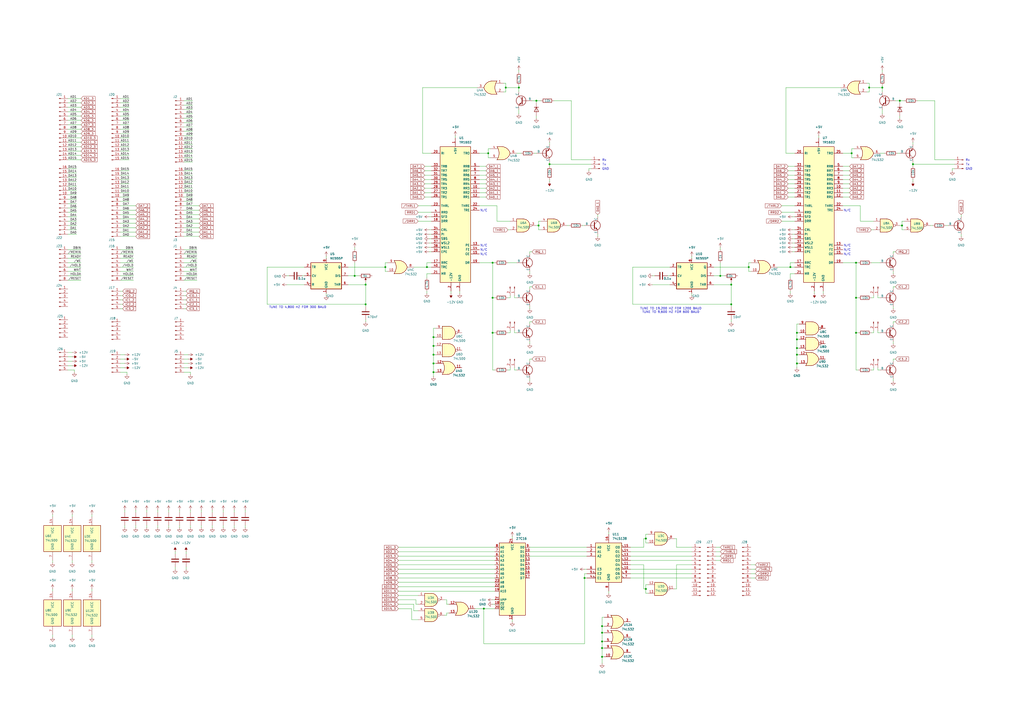
<source format=kicad_sch>
(kicad_sch (version 20250114) (generator "eeschema") (generator_version "9.0")
  (paper "A2")
  (text "GND" (at 562.102 98.044 0) (effects (font (size 1.27 1.27))))
  (text "TUNE TO 19,200 HZ FOR 1200 BAUD\nTUNE TO 9,600 HZ FOR 600 BAUD\n" (at 389.128 180.086 0) (effects (font (size 1.27 1.27))))
  (text "N/C" (at 280.67 147.574 0) (effects (font (size 1.27 1.27))))
  (text "GND" (at 351.282 98.044 0) (effects (font (size 1.27 1.27))))
  (text "N/C" (at 491.49 122.174 0) (effects (font (size 1.27 1.27))))
  (text "N/C" (at 280.67 142.494 0) (effects (font (size 1.27 1.27))))
  (text "TUNE TO 4,800 HZ FOR 300 BAUD" (at 172.72 178.308 0) (effects (font (size 1.27 1.27))))
  (text "Rx" (at 561.34 92.964 0) (effects (font (size 1.27 1.27))))
  (text "Tx" (at 561.34 95.504 0) (effects (font (size 1.27 1.27))))
  (text "Tx" (at 350.52 95.504 0) (effects (font (size 1.27 1.27))))
  (text "N/C" (at 491.49 147.574 0) (effects (font (size 1.27 1.27))))
  (text "N/C" (at 491.49 145.034 0) (effects (font (size 1.27 1.27))))
  (text "N/C" (at 491.49 142.494 0) (effects (font (size 1.27 1.27))))
  (text "Rx" (at 350.52 92.964 0) (effects (font (size 1.27 1.27))))
  (text "N/C" (at 280.67 145.034 0) (effects (font (size 1.27 1.27))))
  (text "N/C" (at 280.67 122.174 0) (effects (font (size 1.27 1.27))))
  (junction (at 462.28 205.74))
  (junction (at 523.24 130.81))
  (junction (at 462.28 201.93))
  (junction (at 462.28 196.85))
  (junction (at 251.46 205.74))
  (junction (at 205.74 160.02))
  (junction (at 374.65 312.42))
  (junction (at 417.83 160.02))
  (junction (at 349.25 367.03))
  (junction (at 247.65 154.94))
  (junction (at 311.15 58.42))
  (junction (at 318.77 95.25))
  (junction (at 462.28 193.04))
  (junction (at 283.21 88.9))
  (junction (at 458.47 154.94))
  (junction (at 349.25 381))
  (junction (at 280.67 353.06))
  (junction (at 300.99 50.8))
  (junction (at 223.52 154.94))
  (junction (at 349.25 363.22))
  (junction (at 349.25 375.92))
  (junction (at 212.09 165.1))
  (junction (at 374.65 341.63))
  (junction (at 212.09 176.53))
  (junction (at 504.19 50.8))
  (junction (at 251.46 215.9))
  (junction (at 312.42 130.81))
  (junction (at 496.57 172.72))
  (junction (at 521.97 58.42))
  (junction (at 511.81 50.8))
  (junction (at 285.75 152.4))
  (junction (at 251.46 200.66))
  (junction (at 496.57 152.4))
  (junction (at 434.34 154.94))
  (junction (at 251.46 210.82))
  (junction (at 285.75 172.72))
  (junction (at 285.75 193.04))
  (junction (at 462.28 210.82))
  (junction (at 349.25 372.11))
  (junction (at 339.09 335.28))
  (junction (at 424.18 176.53))
  (junction (at 293.37 50.8))
  (junction (at 494.03 88.9))
  (junction (at 251.46 195.58))
  (junction (at 496.57 193.04))
  (junction (at 424.18 165.1))
  (junction (at 529.59 95.25))
  (wire (pts (xy 107.95 320.04) (xy 107.95 321.31)))
  (wire (pts (xy 39.37 105.41) (xy 44.45 105.41)))
  (wire (pts (xy 97.79 295.91) (xy 97.79 297.18)))
  (wire (pts (xy 39.37 59.69) (xy 46.99 59.69)))
  (wire (pts (xy 548.64 130.81) (xy 549.91 130.81)))
  (wire (pts (xy 69.85 132.08) (xy 78.74 132.08)))
  (wire (pts (xy 39.37 209.55) (xy 41.91 209.55)))
  (wire (pts (xy 74.93 90.17) (xy 69.85 90.17)))
  (wire (pts (xy 311.15 58.42) (xy 313.69 58.42)))
  (wire (pts (xy 523.24 133.35) (xy 523.24 130.81)))
  (wire (pts (xy 459.74 138.43) (xy 461.01 138.43)))
  (wire (pts (xy 349.25 367.03) (xy 349.25 363.22)))
  (wire (pts (xy 69.85 134.62) (xy 78.74 134.62)))
  (wire (pts (xy 458.47 168.91) (xy 458.47 170.18)))
  (wire (pts (xy 107.95 328.93) (xy 107.95 330.2)))
  (wire (pts (xy 349.25 381) (xy 350.52 381)))
  (wire (pts (xy 542.29 92.71) (xy 553.72 92.71)))
  (wire (pts (xy 318.77 95.25) (xy 342.9 95.25)))
  (wire (pts (xy 283.21 86.36) (xy 284.48 86.36)))
  (wire (pts (xy 457.2 109.22) (xy 461.01 109.22)))
  (wire (pts (xy 46.99 152.4) (xy 39.37 152.4)))
  (wire (pts (xy 46.99 160.02) (xy 39.37 160.02)))
  (wire (pts (xy 46.99 147.32) (xy 39.37 147.32)))
  (wire (pts (xy 39.37 74.93) (xy 46.99 74.93)))
  (wire (pts (xy 373.38 317.5) (xy 373.38 312.42)))
  (wire (pts (xy 459.74 146.05) (xy 461.01 146.05)))
  (wire (pts (xy 374.65 339.09) (xy 375.92 339.09)))
  (wire (pts (xy 39.37 64.77) (xy 46.99 64.77)))
  (wire (pts (xy 106.68 116.84) (xy 111.76 116.84)))
  (wire (pts (xy 557.53 124.46) (xy 557.53 125.73)))
  (wire (pts (xy 39.37 207.01) (xy 41.91 207.01)))
  (wire (pts (xy 307.34 157.48) (xy 307.34 158.75)))
  (wire (pts (xy 293.37 50.8) (xy 293.37 53.34)))
  (wire (pts (xy 461.01 154.94) (xy 458.47 154.94)))
  (wire (pts (xy 231.14 330.2) (xy 287.02 330.2)))
  (wire (pts (xy 455.93 88.9) (xy 455.93 50.8)))
  (wire (pts (xy 340.36 332.74) (xy 339.09 332.74)))
  (wire (pts (xy 74.93 62.23) (xy 69.85 62.23)))
  (wire (pts (xy 529.59 95.25) (xy 553.72 95.25)))
  (wire (pts (xy 499.11 128.27) (xy 506.73 128.27)))
  (wire (pts (xy 434.34 154.94) (xy 434.34 152.4)))
  (wire (pts (xy 231.14 317.5) (xy 287.02 317.5)))
  (wire (pts (xy 231.14 337.82) (xy 287.02 337.82)))
  (wire (pts (xy 189.23 170.18) (xy 189.23 171.45)))
  (wire (pts (xy 247.65 158.75) (xy 247.65 161.29)))
  (wire (pts (xy 77.47 154.94) (xy 69.85 154.94)))
  (wire (pts (xy 46.99 144.78) (xy 39.37 144.78)))
  (wire (pts (xy 462.28 205.74) (xy 462.28 210.82)))
  (wire (pts (xy 246.38 106.68) (xy 250.19 106.68)))
  (wire (pts (xy 297.18 359.41) (xy 297.18 360.68)))
  (wire (pts (xy 77.47 147.32) (xy 69.85 147.32)))
  (wire (pts (xy 391.16 312.42) (xy 392.43 312.42)))
  (wire (pts (xy 259.08 347.98) (xy 257.81 347.98)))
  (wire (pts (xy 111.76 60.96) (xy 106.68 60.96)))
  (wire (pts (xy 205.74 152.4) (xy 205.74 160.02)))
  (wire (pts (xy 365.76 327.66) (xy 373.38 327.66)))
  (wire (pts (xy 39.37 57.15) (xy 46.99 57.15)))
  (wire (pts (xy 74.93 82.55) (xy 69.85 82.55)))
  (wire (pts (xy 287.02 214.63) (xy 285.75 214.63)))
  (wire (pts (xy 189.23 148.59) (xy 189.23 149.86)))
  (wire (pts (xy 309.88 88.9) (xy 311.15 88.9)))
  (wire (pts (xy 313.69 133.35) (xy 312.42 133.35)))
  (wire (pts (xy 251.46 195.58) (xy 251.46 190.5)))
  (wire (pts (xy 457.2 96.52) (xy 461.01 96.52)))
  (wire (pts (xy 69.85 104.14) (xy 74.93 104.14)))
  (wire (pts (xy 74.93 77.47) (xy 69.85 77.47)))
  (wire (pts (xy 518.16 208.28) (xy 518.16 209.55)))
  (wire (pts (xy 259.08 356.87) (xy 259.08 355.6)))
  (wire (pts (xy 246.38 111.76) (xy 250.19 111.76)))
  (wire (pts (xy 74.93 85.09) (xy 69.85 85.09)))
  (wire (pts (xy 524.51 133.35) (xy 523.24 133.35)))
  (wire (pts (xy 142.24 295.91) (xy 142.24 297.18)))
  (wire (pts (xy 307.34 186.69) (xy 307.34 187.96)))
  (wire (pts (xy 111.76 58.42) (xy 106.68 58.42)))
  (wire (pts (xy 212.09 185.42) (xy 212.09 186.69)))
  (wire (pts (xy 341.63 99.06) (xy 341.63 97.79)))
  (wire (pts (xy 259.08 355.6) (xy 260.35 355.6)))
  (wire (pts (xy 281.94 104.14) (xy 278.13 104.14)))
  (wire (pts (xy 114.3 147.32) (xy 106.68 147.32)))
  (wire (pts (xy 39.37 113.03) (xy 44.45 113.03)))
  (wire (pts (xy 69.85 111.76) (xy 74.93 111.76)))
  (wire (pts (xy 518.16 146.05) (xy 518.16 147.32)))
  (wire (pts (xy 459.74 133.35) (xy 461.01 133.35)))
  (wire (pts (xy 71.12 171.45) (xy 69.85 171.45)))
  (wire (pts (xy 251.46 218.44) (xy 251.46 215.9)))
  (wire (pts (xy 453.39 128.27) (xy 461.01 128.27)))
  (wire (pts (xy 349.25 384.81) (xy 349.25 381)))
  (wire (pts (xy 339.09 335.28) (xy 339.09 373.38)))
  (wire (pts (xy 77.47 152.4) (xy 69.85 152.4)))
  (wire (pts (xy 499.11 119.38) (xy 499.11 128.27)))
  (wire (pts (xy 69.85 121.92) (xy 78.74 121.92)))
  (wire (pts (xy 231.14 342.9) (xy 287.02 342.9)))
  (wire (pts (xy 106.68 111.76) (xy 111.76 111.76)))
  (wire (pts (xy 417.83 325.12) (xy 415.29 325.12)))
  (wire (pts (xy 154.94 176.53) (xy 212.09 176.53)))
  (wire (pts (xy 114.3 154.94) (xy 106.68 154.94)))
  (wire (pts (xy 378.46 160.02) (xy 379.73 160.02)))
  (wire (pts (xy 106.68 101.6) (xy 111.76 101.6)))
  (wire (pts (xy 331.47 58.42) (xy 331.47 92.71)))
  (wire (pts (xy 110.49 217.17) (xy 110.49 215.9)))
  (wire (pts (xy 39.37 82.55) (xy 46.99 82.55)))
  (wire (pts (xy 459.74 140.97) (xy 461.01 140.97)))
  (wire (pts (xy 71.12 179.07) (xy 69.85 179.07)))
  (wire (pts (xy 123.19 295.91) (xy 123.19 297.18)))
  (wire (pts (xy 251.46 215.9) (xy 252.73 215.9)))
  (wire (pts (xy 261.62 168.91) (xy 261.62 170.18)))
  (wire (pts (xy 337.82 130.81) (xy 339.09 130.81)))
  (wire (pts (xy 39.37 110.49) (xy 44.45 110.49)))
  (wire (pts (xy 488.95 88.9) (xy 494.03 88.9)))
  (wire (pts (xy 298.45 171.45) (xy 298.45 172.72)))
  (wire (pts (xy 374.65 341.63) (xy 374.65 339.09)))
  (wire (pts (xy 285.75 347.98) (xy 287.02 347.98)))
  (wire (pts (xy 504.19 50.8) (xy 504.19 48.26)))
  (wire (pts (xy 518.16 166.37) (xy 518.16 167.64)))
  (wire (pts (xy 135.89 295.91) (xy 135.89 297.18)))
  (wire (pts (xy 39.37 80.01) (xy 46.99 80.01)))
  (wire (pts (xy 518.16 186.69) (xy 518.16 187.96)))
  (wire (pts (xy 492.76 96.52) (xy 488.95 96.52)))
  (wire (pts (xy 39.37 77.47) (xy 46.99 77.47)))
  (wire (pts (xy 287.02 152.4) (xy 285.75 152.4)))
  (wire (pts (xy 69.85 124.46) (xy 78.74 124.46)))
  (wire (pts (xy 91.44 295.91) (xy 91.44 297.18)))
  (wire (pts (xy 300.99 63.5) (xy 300.99 66.04)))
  (wire (pts (xy 39.37 100.33) (xy 44.45 100.33)))
  (wire (pts (xy 492.76 106.68) (xy 488.95 106.68)))
  (wire (pts (xy 72.39 295.91) (xy 72.39 297.18)))
  (wire (pts (xy 212.09 163.83) (xy 212.09 165.1)))
  (wire (pts (xy 365.76 317.5) (xy 373.38 317.5)))
  (wire (pts (xy 318.77 95.25) (xy 318.77 96.52)))
  (wire (pts (xy 101.6 328.93) (xy 101.6 330.2)))
  (wire (pts (xy 365.76 330.2) (xy 401.32 330.2)))
  (wire (pts (xy 453.39 123.19) (xy 461.01 123.19)))
  (wire (pts (xy 281.94 109.22) (xy 278.13 109.22)))
  (wire (pts (xy 529.59 82.55) (xy 529.59 83.82)))
  (wire (pts (xy 166.37 160.02) (xy 167.64 160.02)))
  (wire (pts (xy 312.42 128.27) (xy 313.69 128.27)))
  (wire (pts (xy 106.68 106.68) (xy 111.76 106.68)))
  (wire (pts (xy 46.99 154.94) (xy 39.37 154.94)))
  (wire (pts (xy 111.76 71.12) (xy 106.68 71.12)))
  (wire (pts (xy 39.37 87.63) (xy 46.99 87.63)))
  (wire (pts (xy 496.57 152.4) (xy 496.57 172.72)))
  (wire (pts (xy 41.91 298.45) (xy 41.91 299.72)))
  (wire (pts (xy 77.47 162.56) (xy 69.85 162.56)))
  (wire (pts (xy 459.74 135.89) (xy 461.01 135.89)))
  (wire (pts (xy 510.54 214.63) (xy 509.27 214.63)))
  (wire (pts (xy 30.48 341.63) (xy 30.48 342.9)))
  (wire (pts (xy 510.54 172.72) (xy 509.27 172.72)))
  (wire (pts (xy 106.68 127) (xy 115.57 127)))
  (wire (pts (xy 457.2 106.68) (xy 461.01 106.68)))
  (wire (pts (xy 518.16 157.48) (xy 518.16 158.75)))
  (wire (pts (xy 387.35 160.02) (xy 388.62 160.02)))
  (wire (pts (xy 458.47 152.4) (xy 458.47 154.94)))
  (wire (pts (xy 242.57 123.19) (xy 250.19 123.19)))
  (wire (pts (xy 106.68 114.3) (xy 111.76 114.3)))
  (wire (pts (xy 231.14 347.98) (xy 241.3 347.98)))
  (wire (pts (xy 506.73 193.04) (xy 506.73 191.77)))
  (wire (pts (xy 69.85 99.06) (xy 74.93 99.06)))
  (wire (pts (xy 71.12 176.53) (xy 69.85 176.53)))
  (wire (pts (xy 519.43 146.05) (xy 518.16 146.05)))
  (wire (pts (xy 71.12 173.99) (xy 69.85 173.99)))
  (wire (pts (xy 509.27 193.04) (xy 509.27 191.77)))
  (wire (pts (xy 373.38 312.42) (xy 374.65 312.42)))
  (wire (pts (xy 458.47 158.75) (xy 458.47 161.29)))
  (wire (pts (xy 242.57 128.27) (xy 250.19 128.27)))
  (wire (pts (xy 506.73 172.72) (xy 506.73 171.45)))
  (wire (pts (xy 39.37 72.39) (xy 46.99 72.39)))
  (wire (pts (xy 106.68 121.92) (xy 115.57 121.92)))
  (wire (pts (xy 154.94 154.94) (xy 154.94 176.53)))
  (wire (pts (xy 311.15 58.42) (xy 311.15 59.69)))
  (wire (pts (xy 488.95 119.38) (xy 499.11 119.38)))
  (wire (pts (xy 285.75 193.04) (xy 287.02 193.04)))
  (wire (pts (xy 295.91 191.77) (xy 295.91 193.04)))
  (wire (pts (xy 53.34 325.12) (xy 53.34 326.39)))
  (wire (pts (xy 285.75 214.63) (xy 285.75 193.04)))
  (wire (pts (xy 212.09 176.53) (xy 212.09 177.8)))
  (wire (pts (xy 248.92 143.51) (xy 250.19 143.51)))
  (wire (pts (xy 504.19 50.8) (xy 511.81 50.8)))
  (wire (pts (xy 519.43 166.37) (xy 518.16 166.37)))
  (wire (pts (xy 532.13 58.42) (xy 542.29 58.42)))
  (wire (pts (xy 506.73 214.63) (xy 506.73 213.36)))
  (wire (pts (xy 308.61 166.37) (xy 307.34 166.37)))
  (wire (pts (xy 435.61 157.48) (xy 434.34 157.48)))
  (wire (pts (xy 53.34 341.63) (xy 53.34 342.9)))
  (wire (pts (xy 39.37 115.57) (xy 44.45 115.57)))
  (wire (pts (xy 529.59 93.98) (xy 529.59 95.25)))
  (wire (pts (xy 457.2 114.3) (xy 461.01 114.3)))
  (wire (pts (xy 251.46 195.58) (xy 252.73 195.58)))
  (wire (pts (xy 378.46 165.1) (xy 388.62 165.1)))
  (wire (pts (xy 259.08 350.52) (xy 259.08 347.98)))
  (wire (pts (xy 114.3 152.4) (xy 106.68 152.4)))
  (wire (pts (xy 529.59 95.25) (xy 529.59 96.52)))
  (wire (pts (xy 114.3 144.78) (xy 106.68 144.78)))
  (wire (pts (xy 111.76 68.58) (xy 106.68 68.58)))
  (wire (pts (xy 321.31 58.42) (xy 331.47 58.42)))
  (wire (pts (xy 511.81 40.64) (xy 511.81 41.91)))
  (wire (pts (xy 283.21 91.44) (xy 284.48 91.44)))
  (wire (pts (xy 300.99 40.64) (xy 300.99 41.91)))
  (wire (pts (xy 111.76 88.9) (xy 106.68 88.9)))
  (wire (pts (xy 401.32 148.59) (xy 401.32 149.86)))
  (wire (pts (xy 518.16 198.12) (xy 518.16 199.39)))
  (wire (pts (xy 492.76 114.3) (xy 488.95 114.3)))
  (wire (pts (xy 288.29 128.27) (xy 295.91 128.27)))
  (wire (pts (xy 318.77 93.98) (xy 318.77 95.25)))
  (wire (pts (xy 285.75 172.72) (xy 287.02 172.72)))
  (wire (pts (xy 392.43 312.42) (xy 392.43 317.5)))
  (wire (pts (xy 300.99 50.8) (xy 300.99 53.34)))
  (wire (pts (xy 349.25 363.22) (xy 349.25 358.14)))
  (wire (pts (xy 39.37 107.95) (xy 44.45 107.95)))
  (wire (pts (xy 497.84 152.4) (xy 496.57 152.4)))
  (wire (pts (xy 312.42 133.35) (xy 312.42 130.81)))
  (wire (pts (xy 455.93 50.8) (xy 487.68 50.8)))
  (wire (pts (xy 245.11 50.8) (xy 245.11 88.9)))
  (wire (pts (xy 106.68 104.14) (xy 111.76 104.14)))
  (wire (pts (xy 30.48 298.45) (xy 30.48 299.72)))
  (wire (pts (xy 69.85 213.36) (xy 72.39 213.36)))
  (wire (pts (xy 135.89 304.8) (xy 135.89 306.07)))
  (wire (pts (xy 251.46 210.82) (xy 251.46 205.74)))
  (wire (pts (xy 111.76 73.66) (xy 106.68 73.66)))
  (wire (pts (xy 502.92 53.34) (xy 504.19 53.34)))
  (wire (pts (xy 308.61 146.05) (xy 307.34 146.05)))
  (wire (pts (xy 111.76 66.04) (xy 106.68 66.04)))
  (wire (pts (xy 77.47 160.02) (xy 69.85 160.02)))
  (wire (pts (xy 474.98 78.74) (xy 474.98 80.01)))
  (wire (pts (xy 44.45 118.11) (xy 39.37 118.11)))
  (wire (pts (xy 494.03 91.44) (xy 495.3 91.44)))
  (wire (pts (xy 295.91 213.36) (xy 295.91 214.63)))
  (wire (pts (xy 74.93 72.39) (xy 69.85 72.39)))
  (wire (pts (xy 246.38 109.22) (xy 250.19 109.22)))
  (wire (pts (xy 308.61 208.28) (xy 307.34 208.28)))
  (wire (pts (xy 494.03 88.9) (xy 494.03 86.36)))
  (wire (pts (xy 246.38 104.14) (xy 250.19 104.14)))
  (wire (pts (xy 114.3 162.56) (xy 106.68 162.56)))
  (wire (pts (xy 106.68 205.74) (xy 109.22 205.74)))
  (wire (pts (xy 69.85 101.6) (xy 74.93 101.6)))
  (wire (pts (xy 46.99 162.56) (xy 39.37 162.56)))
  (wire (pts (xy 496.57 193.04) (xy 497.84 193.04)))
  (wire (pts (xy 39.37 212.09) (xy 41.91 212.09)))
  (wire (pts (xy 106.68 137.16) (xy 115.57 137.16)))
  (wire (pts (xy 462.28 193.04) (xy 462.28 196.85)))
  (wire (pts (xy 392.43 327.66) (xy 401.32 327.66)))
  (wire (pts (xy 511.81 63.5) (xy 511.81 66.04)))
  (wire (pts (xy 365.76 332.74) (xy 401.32 332.74)))
  (wire (pts (xy 111.76 81.28) (xy 106.68 81.28)))
  (wire (pts (xy 299.72 88.9) (xy 302.26 88.9)))
  (wire (pts (xy 367.03 154.94) (xy 388.62 154.94)))
  (wire (pts (xy 462.28 196.85) (xy 462.28 201.93)))
  (wire (pts (xy 223.52 152.4) (xy 224.79 152.4)))
  (wire (pts (xy 175.26 160.02) (xy 176.53 160.02)))
  (wire (pts (xy 41.91 325.12) (xy 41.91 326.39)))
  (wire (pts (xy 280.67 373.38) (xy 280.67 353.06)))
  (wire (pts (xy 519.43 58.42) (xy 521.97 58.42)))
  (wire (pts (xy 39.37 90.17) (xy 46.99 90.17)))
  (wire (pts (xy 295.91 214.63) (xy 294.64 214.63)))
  (wire (pts (xy 307.34 320.04) (xy 340.36 320.04)))
  (wire (pts (xy 374.65 312.42) (xy 374.65 309.88)))
  (wire (pts (xy 69.85 205.74) (xy 72.39 205.74)))
  (wire (pts (xy 281.94 114.3) (xy 278.13 114.3)))
  (wire (pts (xy 353.06 308.61) (xy 353.06 309.88)))
  (wire (pts (xy 77.47 144.78) (xy 69.85 144.78)))
  (wire (pts (xy 520.7 88.9) (xy 521.97 88.9)))
  (wire (pts (xy 308.61 58.42) (xy 311.15 58.42)))
  (wire (pts (xy 247.65 152.4) (xy 250.19 152.4)))
  (wire (pts (xy 505.46 152.4) (xy 510.54 152.4)))
  (wire (pts (xy 129.54 295.91) (xy 129.54 297.18)))
  (wire (pts (xy 424.18 185.42) (xy 424.18 186.69)))
  (wire (pts (xy 307.34 177.8) (xy 307.34 179.07)))
  (wire (pts (xy 318.77 104.14) (xy 318.77 105.41)))
  (wire (pts (xy 30.48 368.3) (xy 30.48 369.57)))
  (wire (pts (xy 295.91 172.72) (xy 295.91 171.45)))
  (wire (pts (xy 278.13 88.9) (xy 283.21 88.9)))
  (wire (pts (xy 424.18 176.53) (xy 424.18 177.8)))
  (wire (pts (xy 373.38 341.63) (xy 374.65 341.63)))
  (wire (pts (xy 346.71 124.46) (xy 346.71 125.73)))
  (wire (pts (xy 510.54 88.9) (xy 513.08 88.9)))
  (wire (pts (xy 111.76 76.2) (xy 106.68 76.2)))
  (wire (pts (xy 154.94 154.94) (xy 176.53 154.94)))
  (wire (pts (xy 72.39 304.8) (xy 72.39 306.07)))
  (wire (pts (xy 509.27 214.63) (xy 509.27 213.36)))
  (wire (pts (xy 78.74 304.8) (xy 78.74 306.07)))
  (wire (pts (xy 308.61 186.69) (xy 307.34 186.69)))
  (wire (pts (xy 492.76 104.14) (xy 488.95 104.14)))
  (wire (pts (xy 504.19 48.26) (xy 502.92 48.26)))
  (wire (pts (xy 111.76 63.5) (xy 106.68 63.5)))
  (wire (pts (xy 518.16 177.8) (xy 518.16 179.07)))
  (wire (pts (xy 459.74 125.73) (xy 461.01 125.73)))
  (wire (pts (xy 223.52 157.48) (xy 223.52 154.94)))
  (wire (pts (xy 462.28 210.82) (xy 463.55 210.82)))
  (wire (pts (xy 114.3 149.86) (xy 106.68 149.86)))
  (wire (pts (xy 46.99 149.86) (xy 39.37 149.86)))
  (wire (pts (xy 459.74 143.51) (xy 461.01 143.51)))
  (wire (pts (xy 557.53 135.89) (xy 557.53 137.16)))
  (wire (pts (xy 518.16 219.71) (xy 518.16 220.98)))
  (wire (pts (xy 69.85 114.3) (xy 74.93 114.3)))
  (wire (pts (xy 298.45 172.72) (xy 299.72 172.72)))
  (wire (pts (xy 298.45 191.77) (xy 298.45 193.04)))
  (wire (pts (xy 106.68 210.82) (xy 109.22 210.82)))
  (wire (pts (xy 511.81 50.8) (xy 511.81 53.34)))
  (wire (pts (xy 248.92 140.97) (xy 250.19 140.97)))
  (wire (pts (xy 294.64 133.35) (xy 295.91 133.35)))
  (wire (pts (xy 458.47 152.4) (xy 461.01 152.4)))
  (wire (pts (xy 477.52 168.91) (xy 477.52 170.18)))
  (wire (pts (xy 248.92 133.35) (xy 250.19 133.35)))
  (wire (pts (xy 111.76 78.74) (xy 106.68 78.74)))
  (wire (pts (xy 69.85 116.84) (xy 74.93 116.84)))
  (wire (pts (xy 69.85 106.68) (xy 74.93 106.68)))
  (wire (pts (xy 166.37 165.1) (xy 176.53 165.1)))
  (wire (pts (xy 307.34 219.71) (xy 307.34 220.98)))
  (wire (pts (xy 231.14 332.74) (xy 287.02 332.74)))
  (wire (pts (xy 457.2 99.06) (xy 461.01 99.06)))
  (wire (pts (xy 44.45 130.81) (xy 39.37 130.81)))
  (wire (pts (xy 73.66 217.17) (xy 73.66 215.9)))
  (wire (pts (xy 497.84 214.63) (xy 496.57 214.63)))
  (wire (pts (xy 44.45 133.35) (xy 39.37 133.35)))
  (wire (pts (xy 434.34 157.48) (xy 434.34 154.94)))
  (wire (pts (xy 205.74 144.78) (xy 205.74 143.51)))
  (wire (pts (xy 281.94 99.06) (xy 278.13 99.06)))
  (wire (pts (xy 539.75 130.81) (xy 541.02 130.81)))
  (wire (pts (xy 346.71 135.89) (xy 346.71 137.16)))
  (wire (pts (xy 43.18 214.63) (xy 39.37 214.63)))
  (wire (pts (xy 39.37 62.23) (xy 46.99 62.23)))
  (wire (pts (xy 231.14 340.36) (xy 287.02 340.36)))
  (wire (pts (xy 251.46 215.9) (xy 251.46 210.82)))
  (wire (pts (xy 107.95 171.45) (xy 106.68 171.45)))
  (wire (pts (xy 248.92 138.43) (xy 250.19 138.43)))
  (wire (pts (xy 463.55 193.04) (xy 462.28 193.04)))
  (wire (pts (xy 39.37 67.31) (xy 46.99 67.31)))
  (wire (pts (xy 91.44 304.8) (xy 91.44 306.07)))
  (wire (pts (xy 552.45 99.06) (xy 552.45 97.79)))
  (wire (pts (xy 201.93 154.94) (xy 223.52 154.94)))
  (wire (pts (xy 492.76 99.06) (xy 488.95 99.06)))
  (wire (pts (xy 85.09 295.91) (xy 85.09 297.18)))
  (wire (pts (xy 375.92 314.96) (xy 374.65 314.96)))
  (wire (pts (xy 391.16 341.63) (xy 392.43 341.63)))
  (wire (pts (xy 349.25 367.03) (xy 350.52 367.03)))
  (wire (pts (xy 492.76 111.76) (xy 488.95 111.76)))
  (wire (pts (xy 238.76 359.41) (xy 242.57 359.41)))
  (wire (pts (xy 223.52 154.94) (xy 223.52 152.4)))
  (wire (pts (xy 339.09 330.2) (xy 340.36 330.2)))
  (wire (pts (xy 240.03 354.33) (xy 242.57 354.33)))
  (wire (pts (xy 73.66 215.9) (xy 69.85 215.9)))
  (wire (pts (xy 283.21 91.44) (xy 283.21 88.9)))
  (wire (pts (xy 104.14 295.91) (xy 104.14 297.18)))
  (wire (pts (xy 307.34 198.12) (xy 307.34 199.39)))
  (wire (pts (xy 39.37 102.87) (xy 44.45 102.87)))
  (wire (pts (xy 238.76 353.06) (xy 231.14 353.06)))
  (wire (pts (xy 77.47 149.86) (xy 69.85 149.86)))
  (wire (pts (xy 241.3 347.98) (xy 241.3 350.52)))
  (wire (pts (xy 107.95 179.07) (xy 106.68 179.07)))
  (wire (pts (xy 77.47 157.48) (xy 69.85 157.48)))
  (wire (pts (xy 417.83 322.58) (xy 415.29 322.58)))
  (wire (pts (xy 288.29 119.38) (xy 288.29 128.27)))
  (wire (pts (xy 392.43 341.63) (xy 392.43 327.66)))
  (wire (pts (xy 74.93 57.15) (xy 69.85 57.15)))
  (wire (pts (xy 494.03 91.44) (xy 494.03 88.9)))
  (wire (pts (xy 307.34 322.58) (xy 340.36 322.58)))
  (wire (pts (xy 101.6 320.04) (xy 101.6 321.31)))
  (wire (pts (xy 44.45 135.89) (xy 39.37 135.89)))
  (wire (pts (xy 349.25 372.11) (xy 350.52 372.11)))
  (wire (pts (xy 43.18 215.9) (xy 43.18 214.63)))
  (wire (pts (xy 414.02 165.1) (xy 424.18 165.1)))
  (wire (pts (xy 231.14 345.44) (xy 242.57 345.44)))
  (wire (pts (xy 453.39 119.38) (xy 461.01 119.38)))
  (wire (pts (xy 107.95 168.91) (xy 106.68 168.91)))
  (wire (pts (xy 462.28 201.93) (xy 462.28 205.74)))
  (wire (pts (xy 424.18 163.83) (xy 424.18 165.1)))
  (wire (pts (xy 250.19 154.94) (xy 247.65 154.94)))
  (wire (pts (xy 264.16 78.74) (xy 264.16 80.01)))
  (wire (pts (xy 417.83 160.02) (xy 420.37 160.02)))
  (wire (pts (xy 44.45 128.27) (xy 39.37 128.27)))
  (wire (pts (xy 246.38 101.6) (xy 250.19 101.6)))
  (wire (pts (xy 365.76 335.28) (xy 401.32 335.28)))
  (wire (pts (xy 106.68 129.54) (xy 115.57 129.54)))
  (wire (pts (xy 511.81 49.53) (xy 511.81 50.8)))
  (wire (pts (xy 283.21 88.9) (xy 283.21 86.36)))
  (wire (pts (xy 292.1 53.34) (xy 293.37 53.34)))
  (wire (pts (xy 251.46 210.82) (xy 252.73 210.82)))
  (wire (pts (xy 241.3 350.52) (xy 242.57 350.52)))
  (wire (pts (xy 111.76 91.44) (xy 106.68 91.44)))
  (wire (pts (xy 106.68 213.36) (xy 109.22 213.36)))
  (wire (pts (xy 311.15 67.31) (xy 311.15 68.58)))
  (wire (pts (xy 46.99 157.48) (xy 39.37 157.48)))
  (wire (pts (xy 349.25 375.92) (xy 350.52 375.92)))
  (wire (pts (xy 297.18 311.15) (xy 297.18 312.42)))
  (wire (pts (xy 438.15 332.74) (xy 435.61 332.74)))
  (wire (pts (xy 339.09 332.74) (xy 339.09 335.28)))
  (wire (pts (xy 307.34 208.28) (xy 307.34 209.55)))
  (wire (pts (xy 552.45 97.79) (xy 553.72 97.79)))
  (wire (pts (xy 462.28 210.82) (xy 462.28 213.36)))
  (wire (pts (xy 285.75 152.4) (xy 285.75 172.72)))
  (wire (pts (xy 39.37 97.79) (xy 44.45 97.79)))
  (wire (pts (xy 374.65 344.17) (xy 374.65 341.63)))
  (wire (pts (xy 510.54 193.04) (xy 509.27 193.04)))
  (wire (pts (xy 74.93 69.85) (xy 69.85 69.85)))
  (wire (pts (xy 251.46 205.74) (xy 251.46 200.66)))
  (wire (pts (xy 457.2 111.76) (xy 461.01 111.76)))
  (wire (pts (xy 39.37 204.47) (xy 41.91 204.47)))
  (wire (pts (xy 492.76 101.6) (xy 488.95 101.6)))
  (wire (pts (xy 462.28 205.74) (xy 463.55 205.74)))
  (wire (pts (xy 523.24 128.27) (xy 524.51 128.27)))
  (wire (pts (xy 111.76 83.82) (xy 106.68 83.82)))
  (wire (pts (xy 242.57 119.38) (xy 250.19 119.38)))
  (wire (pts (xy 44.45 125.73) (xy 39.37 125.73)))
  (wire (pts (xy 116.84 295.91) (xy 116.84 297.18)))
  (wire (pts (xy 74.93 67.31) (xy 69.85 67.31)))
  (wire (pts (xy 110.49 295.91) (xy 110.49 297.18)))
  (wire (pts (xy 142.24 304.8) (xy 142.24 306.07)))
  (wire (pts (xy 247.65 152.4) (xy 247.65 154.94)))
  (wire (pts (xy 312.42 130.81) (xy 312.42 128.27)))
  (wire (pts (xy 106.68 132.08) (xy 115.57 132.08)))
  (wire (pts (xy 69.85 109.22) (xy 74.93 109.22)))
  (wire (pts (xy 521.97 130.81) (xy 523.24 130.81)))
  (wire (pts (xy 365.76 322.58) (xy 401.32 322.58)))
  (wire (pts (xy 505.46 214.63) (xy 506.73 214.63)))
  (wire (pts (xy 294.64 172.72) (xy 295.91 172.72)))
  (wire (pts (xy 39.37 85.09) (xy 46.99 85.09)))
  (wire (pts (xy 231.14 322.58) (xy 287.02 322.58)))
  (wire (pts (xy 281.94 111.76) (xy 278.13 111.76)))
  (wire (pts (xy 281.94 106.68) (xy 278.13 106.68)))
  (wire (pts (xy 69.85 119.38) (xy 78.74 119.38)))
  (wire (pts (xy 521.97 58.42) (xy 524.51 58.42)))
  (wire (pts (xy 71.12 168.91) (xy 69.85 168.91)))
  (wire (pts (xy 509.27 172.72) (xy 509.27 171.45)))
  (wire (pts (xy 280.67 353.06) (xy 287.02 353.06)))
  (wire (pts (xy 505.46 133.35) (xy 506.73 133.35)))
  (wire (pts (xy 417.83 317.5) (xy 415.29 317.5)))
  (wire (pts (xy 41.91 368.3) (xy 41.91 369.57)))
  (wire (pts (xy 492.76 109.22) (xy 488.95 109.22)))
  (wire (pts (xy 434.34 152.4) (xy 435.61 152.4)))
  (wire (pts (xy 246.38 99.06) (xy 250.19 99.06)))
  (wire (pts (xy 116.84 304.8) (xy 116.84 306.07)))
  (wire (pts (xy 247.65 168.91) (xy 247.65 170.18)))
  (wire (pts (xy 248.92 146.05) (xy 250.19 146.05)))
  (wire (pts (xy 417.83 320.04) (xy 415.29 320.04)))
  (wire (pts (xy 106.68 134.62) (xy 115.57 134.62)))
  (wire (pts (xy 292.1 48.26) (xy 293.37 48.26)))
  (wire (pts (xy 39.37 92.71) (xy 46.99 92.71)))
  (wire (pts (xy 281.94 101.6) (xy 278.13 101.6)))
  (wire (pts (xy 285.75 193.04) (xy 285.75 172.72)))
  (wire (pts (xy 129.54 304.8) (xy 129.54 306.07)))
  (wire (pts (xy 114.3 157.48) (xy 106.68 157.48)))
  (wire (pts (xy 106.68 99.06) (xy 111.76 99.06)))
  (wire (pts (xy 104.14 304.8) (xy 104.14 306.07)))
  (wire (pts (xy 365.76 320.04) (xy 401.32 320.04)))
  (wire (pts (xy 74.93 74.93) (xy 69.85 74.93)))
  (wire (pts (xy 44.45 123.19) (xy 39.37 123.19)))
  (wire (pts (xy 123.19 304.8) (xy 123.19 306.07)))
  (wire (pts (xy 339.09 335.28) (xy 340.36 335.28)))
  (wire (pts (xy 69.85 129.54) (xy 78.74 129.54)))
  (wire (pts (xy 238.76 353.06) (xy 238.76 359.41)))
  (wire (pts (xy 496.57 214.63) (xy 496.57 193.04)))
  (wire (pts (xy 110.49 304.8) (xy 110.49 306.07)))
  (wire (pts (xy 201.93 165.1) (xy 212.09 165.1)))
  (wire (pts (xy 53.34 368.3) (xy 53.34 369.57)))
  (wire (pts (xy 341.63 97.79) (xy 342.9 97.79)))
  (wire (pts (xy 251.46 200.66) (xy 251.46 195.58)))
  (wire (pts (xy 257.81 356.87) (xy 259.08 356.87)))
  (wire (pts (xy 457.2 104.14) (xy 461.01 104.14)))
  (wire (pts (xy 417.83 152.4) (xy 417.83 160.02)))
  (wire (pts (xy 298.45 193.04) (xy 299.72 193.04)))
  (wire (pts (xy 280.67 373.38) (xy 339.09 373.38)))
  (wire (pts (xy 307.34 317.5) (xy 340.36 317.5)))
  (wire (pts (xy 496.57 152.4) (xy 488.95 152.4)))
  (wire (pts (xy 110.49 215.9) (xy 106.68 215.9)))
  (wire (pts (xy 78.74 295.91) (xy 78.74 297.18)))
  (wire (pts (xy 373.38 327.66) (xy 373.38 341.63)))
  (wire (pts (xy 349.25 358.14) (xy 350.52 358.14)))
  (wire (pts (xy 307.34 166.37) (xy 307.34 167.64)))
  (wire (pts (xy 74.93 64.77) (xy 69.85 64.77)))
  (wire (pts (xy 318.77 82.55) (xy 318.77 83.82)))
  (wire (pts (xy 74.93 59.69) (xy 69.85 59.69)))
  (wire (pts (xy 542.29 58.42) (xy 542.29 92.71)))
  (wire (pts (xy 212.09 165.1) (xy 212.09 176.53)))
  (wire (pts (xy 414.02 160.02) (xy 417.83 160.02)))
  (wire (pts (xy 367.03 154.94) (xy 367.03 176.53)))
  (wire (pts (xy 248.92 125.73) (xy 250.19 125.73)))
  (wire (pts (xy 247.65 158.75) (xy 250.19 158.75)))
  (wire (pts (xy 69.85 210.82) (xy 72.39 210.82)))
  (wire (pts (xy 462.28 187.96) (xy 462.28 193.04)))
  (wire (pts (xy 278.13 119.38) (xy 288.29 119.38)))
  (wire (pts (xy 374.65 314.96) (xy 374.65 312.42)))
  (wire (pts (xy 30.48 325.12) (xy 30.48 326.39)))
  (wire (pts (xy 529.59 104.14) (xy 529.59 105.41)))
  (wire (pts (xy 248.92 135.89) (xy 250.19 135.89)))
  (wire (pts (xy 521.97 67.31) (xy 521.97 68.58)))
  (wire (pts (xy 417.83 144.78) (xy 417.83 143.51)))
  (wire (pts (xy 245.11 50.8) (xy 276.86 50.8)))
  (wire (pts (xy 349.25 375.92) (xy 349.25 372.11)))
  (wire (pts (xy 246.38 96.52) (xy 250.19 96.52)))
  (wire (pts (xy 251.46 190.5) (xy 252.73 190.5)))
  (wire (pts (xy 521.97 58.42) (xy 521.97 59.69)))
  (wire (pts (xy 294.64 152.4) (xy 299.72 152.4)))
  (wire (pts (xy 111.76 93.98) (xy 106.68 93.98)))
  (wire (pts (xy 496.57 172.72) (xy 497.84 172.72)))
  (wire (pts (xy 107.95 176.53) (xy 106.68 176.53)))
  (wire (pts (xy 281.94 96.52) (xy 278.13 96.52)))
  (wire (pts (xy 53.34 298.45) (xy 53.34 299.72)))
  (wire (pts (xy 349.25 363.22) (xy 350.52 363.22)))
  (wire (pts (xy 450.85 154.94) (xy 458.47 154.94)))
  (wire (pts (xy 69.85 137.16) (xy 78.74 137.16)))
  (wire (pts (xy 293.37 50.8) (xy 300.99 50.8)))
  (wire (pts (xy 472.44 168.91) (xy 472.44 170.18)))
  (wire (pts (xy 367.03 176.53) (xy 424.18 176.53)))
  (wire (pts (xy 260.35 350.52) (xy 259.08 350.52)))
  (wire (pts (xy 457.2 101.6) (xy 461.01 101.6)))
  (wire (pts (xy 251.46 200.66) (xy 252.73 200.66)))
  (wire (pts (xy 504.19 53.34) (xy 504.19 50.8)))
  (wire (pts (xy 300.99 49.53) (xy 300.99 50.8)))
  (wire (pts (xy 505.46 172.72) (xy 506.73 172.72)))
  (wire (pts (xy 331.47 92.71) (xy 342.9 92.71)))
  (wire (pts (xy 462.28 187.96) (xy 463.55 187.96)))
  (wire (pts (xy 401.32 170.18) (xy 401.32 171.45)))
  (wire (pts (xy 231.14 325.12) (xy 287.02 325.12)))
  (wire (pts (xy 41.91 341.63) (xy 41.91 342.9)))
  (wire (pts (xy 349.25 381) (xy 349.25 375.92)))
  (wire (pts (xy 97.79 304.8) (xy 97.79 306.07)))
  (wire (pts (xy 74.93 92.71) (xy 69.85 92.71)))
  (wire (pts (xy 246.38 114.3) (xy 250.19 114.3)))
  (wire (pts (xy 424.18 165.1) (xy 424.18 176.53)))
  (wire (pts (xy 295.91 193.04) (xy 294.64 193.04)))
  (wire (pts (xy 251.46 205.74) (xy 252.73 205.74)))
  (wire (pts (xy 285.75 350.52) (xy 287.02 350.52)))
  (wire (pts (xy 111.76 86.36) (xy 106.68 86.36)))
  (wire (pts (xy 245.11 88.9) (xy 250.19 88.9)))
  (wire (pts (xy 231.14 320.04) (xy 287.02 320.04)))
  (wire (pts (xy 69.85 127) (xy 78.74 127)))
  (wire (pts (xy 39.37 69.85) (xy 46.99 69.85)))
  (wire (pts (xy 74.93 80.01) (xy 69.85 80.01)))
  (wire (pts (xy 231.14 350.52) (xy 240.03 350.52)))
  (wire (pts (xy 438.15 330.2) (xy 435.61 330.2)))
  (wire (pts (xy 455.93 88.9) (xy 461.01 88.9)))
  (wire (pts (xy 374.65 309.88) (xy 375.92 309.88)))
  (wire (pts (xy 438.15 335.28) (xy 435.61 335.28)))
  (wire (pts (xy 307.34 146.05) (xy 307.34 147.32)))
  (wire (pts (xy 375.92 344.17) (xy 374.65 344.17)))
  (wire (pts (xy 519.43 186.69) (xy 518.16 186.69)))
  (wire (pts (xy 74.93 87.63) (xy 69.85 87.63)))
  (wire (pts (xy 349.25 372.11) (xy 349.25 367.03)))
  (wire (pts (xy 462.28 201.93) (xy 463.55 201.93)))
  (wire (pts (xy 496.57 193.04) (xy 496.57 172.72)))
  (wire (pts (xy 365.76 325.12) (xy 401.32 325.12)))
  (wire (pts (xy 205.74 160.02) (xy 208.28 160.02)))
  (wire (pts (xy 328.93 130.81) (xy 330.2 130.81)))
  (wire (pts (xy 231.14 335.28) (xy 287.02 335.28)))
  (wire (pts (xy 201.93 160.02) (xy 205.74 160.02)))
  (wire (pts (xy 106.68 119.38) (xy 115.57 119.38)))
  (wire (pts (xy 414.02 154.94) (xy 434.34 154.94)))
  (wire (pts (xy 462.28 196.85) (xy 463.55 196.85)))
  (wire (pts (xy 69.85 208.28) (xy 72.39 208.28)))
  (wire (pts (xy 231.14 327.66) (xy 287.02 327.66)))
  (wire (pts (xy 298.45 214.63) (xy 299.72 214.63)))
  (wire (pts (xy 353.06 342.9) (xy 353.06 344.17)))
  (wire (pts (xy 494.03 86.36) (xy 495.3 86.36)))
  (wire (pts (xy 114.3 160.02) (xy 106.68 160.02)))
  (wire (pts (xy 523.24 130.81) (xy 523.24 128.27)))
  (wire (pts (xy 519.43 208.28) (xy 518.16 208.28)))
  (wire (pts (xy 106.68 109.22) (xy 111.76 109.22)))
  (wire (pts (xy 392.43 317.5) (xy 401.32 317.5)))
  (wire (pts (xy 298.45 213.36) (xy 298.45 214.63)))
  (wire (pts (xy 240.03 154.94) (xy 247.65 154.94)))
  (wire (pts (xy 311.15 130.81) (xy 312.42 130.81)))
  (wire (pts (xy 266.7 168.91) (xy 266.7 170.18)))
  (wire (pts (xy 85.09 304.8) (xy 85.09 306.07)))
  (wire (pts (xy 44.45 120.65) (xy 39.37 120.65)))
  (wire (pts (xy 505.46 193.04) (xy 506.73 193.04)))
  (wire (pts (xy 285.75 152.4) (xy 278.13 152.4)))
  (wire (pts (xy 224.79 157.48) (xy 223.52 157.48)))
  (wire (pts (xy 438.15 327.66) (xy 435.61 327.66)))
  (wire (pts (xy 106.68 124.46) (xy 115.57 124.46)))
  (wire (pts (xy 106.68 208.28) (xy 109.22 208.28)))
  (wire (pts (xy 275.59 353.06) (xy 280.67 353.06)))
  (wire (pts (xy 293.37 48.26) (xy 293.37 50.8)))
  (wire (pts (xy 458.47 158.75) (xy 461.01 158.75)))
  (wire (pts (xy 107.95 173.99) (xy 106.68 173.99)))
  (wire (pts (xy 240.03 350.52) (xy 240.03 354.33)))
  (label "DBIN" (at 114.3 144.78 180))
  (label "DA6" (at 44.45 120.65 180))
  (label "DBIN" (at 46.99 144.78 180))
  (label "AD15" (at 44.45 92.71 180))
  (label "AD5" (at 74.93 67.31 180))
  (label "AD6" (at 44.45 69.85 180))
  (label "DA8" (at 111.76 116.84 180))
  (label "DA4" (at 44.45 125.73 180))
  (label "AD1" (at 44.45 57.15 180))
  (label "DA8" (at 74.93 116.84 180))
  (label "AD8" (at 74.93 74.93 180))
  (label "AD15" (at 74.93 92.71 180))
  (label "AD10" (at 44.45 80.01 180))
  (label "AD7" (at 111.76 73.66 180))
  (label "DA13" (at 44.45 102.87 180))
  (label "DA15" (at 44.45 97.79 180))
  (label "{slash}WE" (at 77.47 152.4 180))
  (label "AD7" (at 44.45 72.39 180))
  (label "DA8" (at 44.45 115.57 180))
  (label "DA7" (at 44.45 118.11 180))
  (label "AD2" (at 74.93 59.69 180))
  (label "WAIT" (at 114.3 157.48 180))
  (label "{slash}HOLD" (at 46.99 154.94 180))
  (label "HOLDA" (at 46.99 160.02 180))
  (label "DBIN" (at 77.47 144.78 180))
  (label "DA3" (at 44.45 128.27 180))
  (label "DA3" (at 74.93 129.54 180))
  (label "DA15" (at 111.76 99.06 180))
  (label "DA6" (at 74.93 121.92 180))
  (label "AD10" (at 74.93 80.01 180))
  (label "DA9" (at 111.76 114.3 180))
  (label "AD5" (at 111.76 68.58 180))
  (label "AD9" (at 44.45 77.47 180))
  (label "AD12" (at 44.45 85.09 180))
  (label "DA4" (at 111.76 127 180))
  (label "DA3" (at 111.76 129.54 180))
  (label "DA14" (at 111.76 101.6 180))
  (label "READY" (at 46.99 149.86 180))
  (label "AD4" (at 44.45 64.77 180))
  (label "AD13" (at 111.76 88.9 180))
  (label "DA12" (at 44.45 105.41 180))
  (label "DA13" (at 111.76 104.14 180))
  (label "AD2" (at 111.76 60.96 180))
  (label "{slash}WE" (at 114.3 152.4 180))
  (label "DA11" (at 44.45 107.95 180))
  (label "{slash}HOLD" (at 77.47 154.94 180))
  (label "{slash}MEMIN" (at 77.47 147.32 180))
  (label "AD3" (at 111.76 63.5 180))
  (label "DA5" (at 111.76 124.46 180))
  (label "DA11" (at 111.76 109.22 180))
  (label "DA13" (at 74.93 104.14 180))
  (label "DA0" (at 44.45 135.89 180))
  (label "AD12" (at 74.93 85.09 180))
  (label "AD14" (at 44.45 90.17 180))
  (label "READY" (at 77.47 149.86 180))
  (label "AD3" (at 74.93 62.23 180))
  (label "AD10" (at 111.76 81.28 180))
  (label "DA0" (at 74.93 137.16 180))
  (label "DA14" (at 44.45 100.33 180))
  (label "DA7" (at 74.93 119.38 180))
  (label "DA10" (at 111.76 111.76 180))
  (label "DA10" (at 44.45 110.49 180))
  (label "AD11" (at 111.76 83.82 180))
  (label "{slash}RESET" (at 46.99 162.56 180))
  (label "DA14" (at 74.93 101.6 180))
  (label "{slash}MEMIN" (at 46.99 147.32 180))
  (label "AD13" (at 44.45 87.63 180))
  (label "AD12" (at 111.76 86.36 180))
  (label "DA12" (at 74.93 106.68 180))
  (label "READY" (at 114.3 149.86 180))
  (label "{slash}RESET" (at 114.3 162.56 180))
  (label "DA1" (at 111.76 134.62 180))
  (label "WAIT" (at 77.47 157.48 180))
  (label "HOLDA" (at 77.47 160.02 180))
  (label "DA10" (at 74.93 111.76 180))
  (label "AD5" (at 44.45 67.31 180))
  (label "DA2" (at 74.93 132.08 180))
  (label "DA1" (at 74.93 134.62 180))
  (label "AD15" (at 111.76 93.98 180))
  (label "AD8" (at 111.76 76.2 180))
  (label "DA12" (at 111.76 106.68 180))
  (label "AD8" (at 44.45 74.93 180))
  (label "DA4" (at 74.93 127 180))
  (label "AD9" (at 74.93 77.47 180))
  (label "DA2" (at 44.45 130.81 180))
  (label "AD7" (at 74.93 72.39 180))
  (label "DA7" (at 111.76 119.38 180))
  (label "AD13" (at 74.93 87.63 180))
  (label "AD6" (at 111.76 71.12 180))
  (label "DA6" (at 111.76 121.92 180))
  (label "AD14" (at 111.76 91.44 180))
  (label "DA2" (at 111.76 132.08 180))
  (label "{slash}HOLD" (at 114.3 154.94 180))
  (label "AD9" (at 111.76 78.74 180))
  (label "AD11" (at 44.45 82.55 180))
  (label "AD3" (at 44.45 62.23 180))
  (label "DA15" (at 74.93 99.06 180))
  (label "AD11" (at 74.93 82.55 180))
  (label "DA5" (at 44.45 123.19 180))
  (label "AD4" (at 74.93 64.77 180))
  (label "WAIT" (at 46.99 157.48 180))
  (label "DA9" (at 74.93 114.3 180))
  (label "AD2" (at 44.45 59.69 180))
  (label "AD1" (at 74.93 57.15 180))
  (label "AD6" (at 74.93 69.85 180))
  (label "DA11" (at 74.93 109.22 180))
  (label "AD4" (at 111.76 66.04 180))
  (label "DA9" (at 44.45 113.03 180))
  (label "AD14" (at 74.93 90.17 180))
  (label "{slash}MEMIN" (at 114.3 147.32 180))
  (label "{slash}RESET" (at 77.47 162.56 180))
  (label "DA5" (at 74.93 124.46 180))
  (label "HOLDA" (at 114.3 160.02 180))
  (label "DA1" (at 44.45 133.35 180))
  (label "{slash}WE" (at 46.99 152.4 180))
  (label "DA0" (at 111.76 137.16 180))
  (label "AD1" (at 111.76 58.42 180))
  (global_label "THRE1" (shape input) (at 294.64 133.35 180) (property "Intersheetrefs" "${INTERSHEET_REFS}" (effects (hide yes))))
  (global_label "AD1_3" (shape input) (at 46.99 57.15 0) (property "Intersheetrefs" "${INTERSHEET_REFS}" (effects (hide yes))))
  (global_label "DA0_1" (shape input) (at 115.57 137.16 0) (property "Intersheetrefs" "${INTERSHEET_REFS}" (effects (hide yes))))
  (global_label "AD12_3" (shape input) (at 46.99 85.09 0) (property "Intersheetrefs" "${INTERSHEET_REFS}" (effects (hide yes))))
  (global_label "AD3_3" (shape input) (at 46.99 62.23 0) (property "Intersheetrefs" "${INTERSHEET_REFS}" (effects (hide yes))))
  (global_label "AD5_3" (shape input) (at 46.99 67.31 0) (property "Intersheetrefs" "${INTERSHEET_REFS}" (effects (hide yes))))
  (global_label "DA7_1" (shape input) (at 246.38 96.52 180) (property "Intersheetrefs" "${INTERSHEET_REFS}" (effects (hide yes))))
  (global_label "DA0_1" (shape input) (at 281.94 114.3 0) (property "Intersheetrefs" "${INTERSHEET_REFS}" (effects (hide yes))))
  (global_label "AD8_3" (shape input) (at 231.14 335.28 180) (property "Intersheetrefs" "${INTERSHEET_REFS}" (effects (hide yes))))
  (global_label "RRD1" (shape input) (at 242.57 123.19 180) (property "Intersheetrefs" "${INTERSHEET_REFS}" (effects (hide yes))))
  (global_label "AD2_3" (shape input) (at 46.99 59.69 0) (property "Intersheetrefs" "${INTERSHEET_REFS}" (effects (hide yes))))
  (global_label "AD15_3" (shape input) (at 46.99 92.71 0) (property "Intersheetrefs" "${INTERSHEET_REFS}" (effects (hide yes))))
  (global_label "DA5_1" (shape input) (at 246.38 101.6 180) (property "Intersheetrefs" "${INTERSHEET_REFS}" (effects (hide yes))))
  (global_label "IC1_1" (shape input) (at 107.95 173.99 0) (property "Intersheetrefs" "${INTERSHEET_REFS}" (effects (hide yes))))
  (global_label "IC2_1" (shape input) (at 308.61 186.69 0) (property "Intersheetrefs" "${INTERSHEET_REFS}" (effects (hide yes))))
  (global_label "DA0_2" (shape input) (at 557.53 124.46 90) (property "Intersheetrefs" "${INTERSHEET_REFS}" (effects (hide yes))))
  (global_label "DA6_1" (shape input) (at 246.38 99.06 180) (property "Intersheetrefs" "${INTERSHEET_REFS}" (effects (hide yes))))
  (global_label "DA1_2" (shape input) (at 457.2 111.76 180) (property "Intersheetrefs" "${INTERSHEET_REFS}" (effects (hide yes))))
  (global_label "IRQ_1" (shape input) (at 107.95 168.91 0) (property "Intersheetrefs" "${INTERSHEET_REFS}" (effects (hide yes))))
  (global_label "AD9_3" (shape input) (at 231.14 337.82 180) (property "Intersheetrefs" "${INTERSHEET_REFS}" (effects (hide yes))))
  (global_label "AD14_3" (shape input) (at 231.14 350.52 180) (property "Intersheetrefs" "${INTERSHEET_REFS}" (effects (hide yes))))
  (global_label "DA4_2" (shape input) (at 78.74 127 0) (property "Intersheetrefs" "${INTERSHEET_REFS}" (effects (hide yes))))
  (global_label "RRD2" (shape input) (at 453.39 123.19 180) (property "Intersheetrefs" "${INTERSHEET_REFS}" (effects (hide yes))))
  (global_label "AD4_3" (shape input) (at 231.14 325.12 180) (property "Intersheetrefs" "${INTERSHEET_REFS}" (effects (hide yes))))
  (global_label "IC3_1" (shape input) (at 107.95 179.07 0) (property "Intersheetrefs" "${INTERSHEET_REFS}" (effects (hide yes))))
  (global_label "DA6_2" (shape input) (at 457.2 99.06 180) (property "Intersheetrefs" "${INTERSHEET_REFS}" (effects (hide yes))))
  (global_label "IRQ_1" (shape input) (at 308.61 146.05 0) (property "Intersheetrefs" "${INTERSHEET_REFS}" (effects (hide yes))))
  (global_label "AD13_3" (shape input) (at 46.99 87.63 0) (property "Intersheetrefs" "${INTERSHEET_REFS}" (effects (hide yes))))
  (global_label "AD13_3" (shape input) (at 231.14 347.98 180) (property "Intersheetrefs" "${INTERSHEET_REFS}" (effects (hide yes))))
  (global_label "DA3_1" (shape input) (at 246.38 106.68 180) (property "Intersheetrefs" "${INTERSHEET_REFS}" (effects (hide yes))))
  (global_label "DA1_1" (shape input) (at 281.94 111.76 0) (property "Intersheetrefs" "${INTERSHEET_REFS}" (effects (hide yes))))
  (global_label "DA6_1" (shape input) (at 281.94 99.06 0) (property "Intersheetrefs" "${INTERSHEET_REFS}" (effects (hide yes))))
  (global_label "{slash}THRL2" (shape input) (at 438.15 330.2 0) (property "Intersheetrefs" "${INTERSHEET_REFS}" (effects (hide yes))))
  (global_label "DA3_2" (shape input) (at 492.76 106.68 0) (property "Intersheetrefs" "${INTERSHEET_REFS}" (effects (hide yes))))
  (global_label "DA2_2" (shape input) (at 457.2 109.22 180) (property "Intersheetrefs" "${INTERSHEET_REFS}" (effects (hide yes))))
  (global_label "DA4_1" (shape input) (at 115.57 127 0) (property "Intersheetrefs" "${INTERSHEET_REFS}" (effects (hide yes))))
  (global_label "DA0_2" (shape input) (at 457.2 114.3 180) (property "Intersheetrefs" "${INTERSHEET_REFS}" (effects (hide yes))))
  (global_label "DA4_2" (shape input) (at 492.76 104.14 0) (property "Intersheetrefs" "${INTERSHEET_REFS}" (effects (hide yes))))
  (global_label "DA1_1" (shape input) (at 246.38 111.76 180) (property "Intersheetrefs" "${INTERSHEET_REFS}" (effects (hide yes))))
  (global_label "IC1_2" (shape input) (at 71.12 173.99 0) (property "Intersheetrefs" "${INTERSHEET_REFS}" (effects (hide yes))))
  (global_label "DA3_2" (shape input) (at 457.2 106.68 180) (property "Intersheetrefs" "${INTERSHEET_REFS}" (effects (hide yes))))
  (global_label "RRD2" (shape input) (at 438.15 335.28 0) (property "Intersheetrefs" "${INTERSHEET_REFS}" (effects (hide yes))))
  (global_label "DA6_2" (shape input) (at 492.76 99.06 0) (property "Intersheetrefs" "${INTERSHEET_REFS}" (effects (hide yes))))
  (global_label "AD7_3" (shape input) (at 231.14 332.74 180) (property "Intersheetrefs" "${INTERSHEET_REFS}" (effects (hide yes))))
  (global_label "DA2_1" (shape input) (at 281.94 109.22 0) (property "Intersheetrefs" "${INTERSHEET_REFS}" (effects (hide yes))))
  (global_label "DA7_2" (shape input) (at 457.2 96.52 180) (property "Intersheetrefs" "${INTERSHEET_REFS}" (effects (hide yes))))
  (global_label "DA7_2" (shape input) (at 492.76 96.52 0) (property "Intersheetrefs" "${INTERSHEET_REFS}" (effects (hide yes))))
  (global_label "DA5_2" (shape input) (at 457.2 101.6 180) (property "Intersheetrefs" "${INTERSHEET_REFS}" (effects (hide yes))))
  (global_label "IC0_1" (shape input) (at 107.95 171.45 0) (property "Intersheetrefs" "${INTERSHEET_REFS}" (effects (hide yes))))
  (global_label "AD8_3" (shape input) (at 46.99 74.93 0) (property "Intersheetrefs" "${INTERSHEET_REFS}" (effects (hide yes))))
  (global_label "AD11_3" (shape input) (at 231.14 342.9 180) (property "Intersheetrefs" "${INTERSHEET_REFS}" (effects (hide yes))))
  (global_label "THRE2" (shape input) (at 438.15 327.66 0) (property "Intersheetrefs" "${INTERSHEET_REFS}" (effects (hide yes))))
  (global_label "THRE1" (shape input) (at 417.83 317.5 0) (property "Intersheetrefs" "${INTERSHEET_REFS}" (effects (hide yes))))
  (global_label "IC0_2" (shape input) (at 71.12 171.45 0) (property "Intersheetrefs" "${INTERSHEET_REFS}" (effects (hide yes))))
  (global_label "DA3_1" (shape input) (at 115.57 129.54 0) (property "Intersheetrefs" "${INTERSHEET_REFS}" (effects (hide yes))))
  (global_label "AD11_3" (shape input) (at 46.99 82.55 0) (property "Intersheetrefs" "${INTERSHEET_REFS}" (effects (hide yes))))
  (global_label "DA1_1" (shape input) (at 115.57 134.62 0) (property "Intersheetrefs" "${INTERSHEET_REFS}" (effects (hide yes))))
  (global_label "AD1_3" (shape input) (at 231.14 317.5 180) (property "Intersheetrefs" "${INTERSHEET_REFS}" (effects (hide yes))))
  (global_label "RRD1" (shape input) (at 417.83 325.12 0) (property "Intersheetrefs" "${INTERSHEET_REFS}" (effects (hide yes))))
  (global_label "IC2_1" (shape input) (at 107.95 176.53 0) (property "Intersheetrefs" "${INTERSHEET_REFS}" (effects (hide yes))))
  (global_label "DA2_1" (shape input) (at 115.57 132.08 0) (property "Intersheetrefs" "${INTERSHEET_REFS}" (effects (hide yes))))
  (global_label "DA4_1" (shape input) (at 246.38 104.14 180) (property "Intersheetrefs" "${INTERSHEET_REFS}" (effects (hide yes))))
  (global_label "AD4_3" (shape input) (at 46.99 64.77 0) (property "Intersheetrefs" "${INTERSHEET_REFS}" (effects (hide yes))))
  (global_label "{slash}THRL1" (shape input) (at 242.57 119.38 180) (property "Intersheetrefs" "${INTERSHEET_REFS}" (effects (hide yes))))
  (global_label "IC3_1" (shape input) (at 308.61 208.28 0) (property "Intersheetrefs" "${INTERSHEET_REFS}" (effects (hide yes))))
  (global_label "THRE2" (shape input) (at 505.46 133.35 180) (property "Intersheetrefs" "${INTERSHEET_REFS}" (effects (hide yes))))
  (global_label "IC3_2" (shape input) (at 71.12 179.07 0) (property "Intersheetrefs" "${INTERSHEET_REFS}" (effects (hide yes))))
  (global_label "DA5_2" (shape input) (at 78.74 124.46 0) (property "Intersheetrefs" "${INTERSHEET_REFS}" (effects (hide yes))))
  (global_label "IC2_2" (shape input) (at 71.12 176.53 0) (property "Intersheetrefs" "${INTERSHEET_REFS}" (effects (hide yes))))
  (global_label "DA7_2" (shape input) (at 78.74 119.38 0) (property "Intersheetrefs" "${INTERSHEET_REFS}" (effects (hide yes))))
  (global_label "AD10_3" (shape input) (at 231.14 340.36 180) (property "Intersheetrefs" "${INTERSHEET_REFS}" (effects (hide yes))))
  (global_label "{slash}THRL1" (shape input) (at 417.83 320.04 0) (property "Intersheetrefs" "${INTERSHEET_REFS}" (effects (hide yes))))
  (global_label "DA4_1" (shape input) (at 281.94 104.14 0) (property "Intersheetrefs" "${INTERSHEET_REFS}" (effects (hide yes))))
  (global_label "IC2_2" (shape input) (at 519.43 186.69 0) (property "Intersheetrefs" "${INTERSHEET_REFS}" (effects (hide yes))))
  (global_label "DA6_1" (shape input) (at 115.57 121.92 0) (property "Intersheetrefs" "${INTERSHEET_REFS}" (effects (hide yes))))
  (global_label "AD6_3" (shape input) (at 231.14 330.2 180) (property "Intersheetrefs" "${INTERSHEET_REFS}" (effects (hide yes))))
  (global_label "DA0_2" (shape input) (at 78.74 137.16 0) (property "Intersheetrefs" "${INTERSHEET_REFS}" (effects (hide yes))))
  (global_label "DA7_1" (shape input) (at 281.94 96.52 0) (property "Intersheetrefs" "${INTERSHEET_REFS}" (effects (hide yes))))
  (global_label "AD3_3" (shape input) (at 231.14 322.58 180) (property "Intersheetrefs" "${INTERSHEET_REFS}" (effects (hide yes))))
  (global_label "{slash}DRR2" (shape input) (at 453.39 128.27 180) (property "Intersheetrefs" "${INTERSHEET_REFS}" (effects (hide yes))))
  (global_label "AD9_3" (shape input) (at 46.99 77.47 0) (property "Intersheetrefs" "${INTERSHEET_REFS}" (effects (hide yes))))
  (global_label "AD7_3" (shape input) (at 46.99 72.39 0) (property "Intersheetrefs" "${INTERSHEET_REFS}" (effects (hide yes))))
  (global_label "DA5_1" (shape input) (at 281.94 101.6 0) (property "Intersheetrefs" "${INTERSHEET_REFS}" (effects (hide yes))))
  (global_label "AD14_3" (shape input) (at 46.99 90.17 0) (property "Intersheetrefs" "${INTERSHEET_REFS}" (effects (hide yes))))
  (global_label "IRQ_2" (shape input) (at 71.12 168.91 0) (property "Intersheetrefs" "${INTERSHEET_REFS}" (effects (hide yes))))
  (global_label "DA1_2" (shape input) (at 78.74 134.62 0) (property "Intersheetrefs" "${INTERSHEET_REFS}" (effects (hide yes))))
  (global_label "{slash}THRL2" (shape input) (at 453.39 119.38 180) (property "Intersheetrefs" "${INTERSHEET_REFS}" (effects (hide yes))))
  (global_label "IC1_1" (shape input) (at 308.61 166.37 0) (property "Intersheetrefs" "${INTERSHEET_REFS}" (effects (hide yes))))
  (global_label "DA2_2" (shape input) (at 492.76 109.22 0) (property "Intersheetrefs" "${INTERSHEET_REFS}" (effects (hide yes))))
  (global_label "DA5_1" (shape input) (at 115.57 124.46 0) (property "Intersheetrefs" "${INTERSHEET_REFS}" (effects (hide yes))))
  (global_label "DA5_2" (shape input) (at 492.76 101.6 0) (property "Intersheetrefs" "${INTERSHEET_REFS}" (effects (hide yes))))
  (global_label "IC1_2" (shape input) (at 519.43 166.37 0) (property "Intersheetrefs" "${INTERSHEET_REFS}" (effects (hide yes))))
  (global_label "{slash}DRR1" (shape input) (at 417.83 322.58 0) (property "Intersheetrefs" "${INTERSHEET_REFS}" (effects (hide yes))))
  (global_label "DA2_2" (shape input) (at 78.74 132.08 0) (property "Intersheetrefs" "${INTERSHEET_REFS}" (effects (hide yes))))
  (global_label "AD12_3" (shape input) (at 231.14 345.44 180) (property "Intersheetrefs" "${INTERSHEET_REFS}" (effects (hide yes))))
  (global_label "AD6_3" (shape input) (at 46.99 69.85 0) (property "Intersheetrefs" "${INTERSHEET_REFS}" (effects (hide yes))))
  (global_label "DA3_2" (shape input) (at 78.74 129.54 0) (property "Intersheetrefs" "${INTERSHEET_REFS}" (effects (hide yes))))
  (global_label "DA3_1" (shape input) (at 281.94 106.68 0) (property "Intersheetrefs" "${INTERSHEET_REFS}" (effects (hide yes))))
  (global_label "DA2_1" (shape input) (at 246.38 109.22 180) (property "Intersheetrefs" "${INTERSHEET_REFS}" (effects (hide yes))))
  (global_label "AD2_3" (shape input) (at 231.14 320.04 180) (property "Intersheetrefs" "${INTERSHEET_REFS}" (effects (hide yes))))
  (global_label "DA0_1" (shape input) (at 246.38 114.3 180) (property "Intersheetrefs" "${INTERSHEET_REFS}" (effects (hide yes))))
  (global_label "{slash}DRR2" (shape input) (at 438.15 332.74 0) (property "Intersheetrefs" "${INTERSHEET_REFS}" (effects (hide yes))))
  (global_label "IRQ_2" (shape input) (at 519.43 146.05 0) (property "Intersheetrefs" "${INTERSHEET_REFS}" (effects (hide yes))))
  (global_label "DA0_2" (shape input) (at 492.76 114.3 0) (property "Intersheetrefs" "${INTERSHEET_REFS}" (effects (hide yes))))
  (global_label "AD5_3" (shape input) (at 231.14 327.66 180) (property "Intersheetrefs" "${INTERSHEET_REFS}" (effects (hide yes))))
  (global_label "DA1_2" (shape input) (at 492.76 111.76 0) (property "Intersheetrefs" "${INTERSHEET_REFS}" (effects (hide yes))))
  (global_label "DA4_2" (shape input) (at 457.2 104.14 180) (property "Intersheetrefs" "${INTERSHEET_REFS}" (effects (hide yes))))
  (global_label "{slash}DRR1" (shape input) (at 242.57 128.27 180) (property "Intersheetrefs" "${INTERSHEET_REFS}" (effects (hide yes))))
  (global_label "IC3_2" (shape input) (at 519.43 208.28 0) (property "Intersheetrefs" "${INTERSHEET_REFS}" (effects (hide yes))))
  (global_label "AD10_3" (shape input) (at 46.99 80.01 0) (property "Intersheetrefs" "${INTERSHEET_REFS}" (effects (hide yes))))
  (global_label "DA6_2" (shape input) (at 78.74 121.92 0) (property "Intersheetrefs" "${INTERSHEET_REFS}" (effects (hide yes))))
  (global_label "AD15_3" (shape input) (at 231.14 353.06 180) (property "Intersheetrefs" "${INTERSHEET_REFS}" (effects (hide yes))))
  (global_label "DA7_1" (shape input) (at 115.57 119.38 0) (property "Intersheetrefs" "${INTERSHEET_REFS}" (effects (hide yes))))
  (global_label "DA0_1" (shape input) (at 346.71 124.46 90) (property "Intersheetrefs" "${INTERSHEET_REFS}" (effects (hide yes))))
  (symbol (lib_id "power:+5V") (at 97.79 295.91 0) (unit 1)
    (property "Reference" "#PWR091" (effects (hide yes)))
    (property "Value" "+5V" (at 97.79 290.83 0))
    (property "Description" "Power symbol creates a global label with name \"+5V\"" (effects (hide yes)))
  )
  (symbol (lib_id "power:GND") (at 307.34 220.98 0) (unit 1)
    (property "Reference" "#PWR051" (effects (hide yes)))
    (property "Value" "GND" (at 307.34 226.06 0))
    (property "Description" "Power symbol creates a global label with name \"GND\" , ground" (effects (hide yes)))
  )
  (symbol (lib_id "power:+5V") (at 378.46 165.1 90) (unit 1)
    (property "Reference" "#PWR081" (effects (hide yes)))
    (property "Value" "+5V" (at 374.65 165.0999 90) (effects (justify left)))
    (property "Description" "Power symbol creates a global label with name \"+5V\"" (effects (hide yes)))
  )
  (symbol (lib_id "74xx:74LS32") (at 495.3 50.8 0) (mirror y) (unit 1)
    (property "Reference" "U9" (at 489.458 52.324 0))
    (property "Value" "74LS32" (at 489.458 54.864 0))
    (property "Footprint" "Package_DIP:DIP-14_W7.62mm" (effects (hide yes)))
    (property "Datasheet" "http://www.ti.com/lit/gpn/sn74LS32" (effects (hide yes)))
    (property "Description" "Quad 2-input OR" (effects (hide yes)))
  )
  (symbol (lib_id "power:+5V") (at 248.92 143.51 90) (unit 1)
    (property "Reference" "#PWR05" (effects (hide yes)))
    (property "Value" "+5V" (at 245.11 143.5099 90) (effects (justify left)))
    (property "Description" "Power symbol creates a global label with name \"+5V\"" (effects (hide yes)))
  )
  (symbol (lib_id "Connector:Conn_01x15_Pin") (at 101.6 76.2 0) (unit 1)
    (property "Reference" "J2" (at 101.6 56.134 0))
    (property "Value" "Conn_01x15_Pin" (effects (hide yes)))
    (property "Footprint" "Connector_PinHeader_2.54mm:PinHeader_1x15_P2.54mm_Vertical" (effects (hide yes)))
    (property "Description" "Generic connector, single row, 01x15, script generated" (effects (hide yes)))
  )
  (symbol (lib_id "power:+5V") (at 318.77 82.55 0) (unit 1)
    (property "Reference" "#PWR039" (effects (hide yes)))
    (property "Value" "+5V" (at 318.77 77.47 0))
    (property "Description" "Power symbol creates a global label with name \"+5V\"" (effects (hide yes)))
  )
  (symbol (lib_id "Device:R") (at 501.65 214.63 90) (unit 1)
    (property "Reference" "R20" (effects (hide yes)))
    (property "Value" "10k" (at 501.904 214.63 90))
    (property "Footprint" "Resistor_THT:R_Axial_DIN0207_L6.3mm_D2.5mm_P10.16mm_Horizontal" (effects (hide yes)))
    (property "Description" "Resistor" (effects (hide yes)))
  )
  (symbol (lib_id "Connector:Conn_01x05_Pin") (at 34.29 209.55 0) (unit 1)
    (property "Reference" "J26" (at 34.798 202.438 0))
    (property "Value" "Conn_01x05_Pin" (effects (hide yes)))
    (property "Footprint" "Connector_PinHeader_2.54mm:PinHeader_1x05_P2.54mm_Vertical" (effects (hide yes)))
    (property "Description" "Generic connector, single row, 01x05, script generated" (effects (hide yes)))
  )
  (symbol (lib_id "Device:R") (at 417.83 148.59 0) (unit 1)
    (property "Reference" "R26" (effects (hide yes)))
    (property "Value" "1k" (at 417.83 148.844 90))
    (property "Footprint" "Resistor_THT:R_Axial_DIN0207_L6.3mm_D2.5mm_P10.16mm_Horizontal" (effects (hide yes)))
    (property "Description" "Resistor" (effects (hide yes)))
  )
  (symbol (lib_id "Device:C") (at 212.09 181.61 0) (unit 1)
    (property "Reference" "C4" (effects (hide yes)))
    (property "Value" "470nF" (at 213.106 183.896 0) (effects (justify left)))
    (property "Footprint" "Capacitor_THT:C_Disc_D3.0mm_W1.6mm_P2.50mm" (effects (hide yes)))
    (property "Description" "Unpolarized capacitor" (effects (hide yes)))
  )
  (symbol (lib_id "Connector:Conn_01x12_Pin") (at 430.53 330.2 0) (unit 1)
    (property "Reference" "J28" (at 431.8 314.452 0))
    (property "Value" "Conn_01x12_Pin" (effects (hide yes)))
    (property "Footprint" "Connector_PinSocket_2.54mm:PinSocket_1x12_P2.54mm_Vertical" (effects (hide yes)))
    (property "Description" "Generic connector, single row, 01x12, script generated" (effects (hide yes)))
  )
  (symbol (lib_id "74xx:74LS00") (at 383.54 312.42 0) (unit 3)
    (property "Reference" "U3" (at 383.54 310.896 0))
    (property "Value" "74LS00" (at 383.54 313.436 0))
    (property "Footprint" "Package_DIP:DIP-14_W7.62mm" (effects (hide yes)))
    (property "Datasheet" "http://www.ti.com/lit/gpn/sn74ls00" (effects (hide yes)))
    (property "Description" "quad 2-input NAND gate" (effects (hide yes)))
  )
  (symbol (lib_id "power:GND") (at 123.19 306.07 0) (unit 1)
    (property "Reference" "#PWR0100" (effects (hide yes)))
    (property "Value" "GND" (at 123.19 311.15 0))
    (property "Description" "Power symbol creates a global label with name \"GND\" , ground" (effects (hide yes)))
  )
  (symbol (lib_id "Connector:Conn_01x08_Pin") (at 34.29 152.4 0) (unit 1)
    (property "Reference" "J23" (at 34.29 142.748 0))
    (property "Value" "Conn_01x08_Pin" (effects (hide yes)))
    (property "Footprint" "Connector_PinHeader_2.54mm:PinHeader_1x08_P2.54mm_Vertical" (effects (hide yes)))
    (property "Description" "Generic connector, single row, 01x08, script generated" (effects (hide yes)))
  )
  (symbol (lib_id "Device:R") (at 501.65 193.04 90) (unit 1)
    (property "Reference" "R19" (effects (hide yes)))
    (property "Value" "10k" (at 501.904 193.04 90))
    (property "Footprint" "Resistor_THT:R_Axial_DIN0207_L6.3mm_D2.5mm_P10.16mm_Horizontal" (effects (hide yes)))
    (property "Description" "Resistor" (effects (hide yes)))
  )
  (symbol (lib_id "Device:C") (at 135.89 300.99 0) (unit 1)
    (property "Reference" "C15" (effects (hide yes)))
    (property "Value" "C" (effects (hide yes)))
    (property "Footprint" "Capacitor_THT:C_Disc_D3.0mm_W1.6mm_P2.50mm" (effects (hide yes)))
    (property "Description" "Unpolarized capacitor" (effects (hide yes)))
  )
  (symbol (lib_id "Device:R") (at 334.01 130.81 90) (unit 1)
    (property "Reference" "R5" (effects (hide yes)))
    (property "Value" "10k" (at 334.264 130.81 90))
    (property "Footprint" "Resistor_THT:R_Axial_DIN0207_L6.3mm_D2.5mm_P10.16mm_Horizontal" (effects (hide yes)))
    (property "Description" "Resistor" (effects (hide yes)))
  )
  (symbol (lib_id "power:+5V") (at 264.16 78.74 0) (unit 1)
    (property "Reference" "#PWR03" (effects (hide yes)))
    (property "Value" "+5V" (at 264.16 73.66 0))
    (property "Description" "Power symbol creates a global label with name \"+5V\"" (effects (hide yes)))
  )
  (symbol (lib_id "Simulation_SPICE:NPN") (at 515.62 152.4 0) (unit 1)
    (property "Reference" "Q8" (effects (hide yes)))
    (property "Value" "NPN" (effects (hide yes)))
    (property "Footprint" "Package_TO_SOT_THT:TO-92_Inline_Wide" (effects (hide yes)))
    (property "Datasheet" "https://ngspice.sourceforge.io/docs/ngspice-html-manual/manual.xhtml#cha_BJTs" (effects (hide yes)))
    (property "Description" "Bipolar transistor symbol for simulation only, substrate tied to the emitter" (effects (hide yes)))
    (property "Sim.Device" "NPN" (effects (hide yes)))
    (property "Sim.Type" "GUMMELPOON" (effects (hide yes)))
    (property "Sim.Pins" "1=C 2=B 3=E" (effects (hide yes)))
  )
  (symbol (lib_id "power:+5V") (at 110.49 295.91 0) (unit 1)
    (property "Reference" "#PWR095" (effects (hide yes)))
    (property "Value" "+5V" (at 110.49 290.83 0))
    (property "Description" "Power symbol creates a global label with name \"+5V\"" (effects (hide yes)))
  )
  (symbol (lib_id "power:+5V") (at 459.74 140.97 90) (unit 1)
    (property "Reference" "#PWR062" (effects (hide yes)))
    (property "Value" "+5V" (at 455.93 140.9699 90) (effects (justify left)))
    (property "Description" "Power symbol creates a global label with name \"+5V\"" (effects (hide yes)))
  )
  (symbol (lib_id "Connector:Conn_01x05_Pin") (at 101.6 173.99 0) (unit 1)
    (property "Reference" "J4" (at 101.6 166.878 0))
    (property "Value" "Conn_01x05_Pin" (effects (hide yes)))
    (property "Footprint" "Connector_PinHeader_2.54mm:PinHeader_1x05_P2.54mm_Vertical" (effects (hide yes)))
    (property "Description" "Generic connector, single row, 01x05, script generated" (effects (hide yes)))
  )
  (symbol (lib_id "power:-5V") (at 72.39 208.28 270) (unit 1)
    (property "Reference" "#PWR017" (effects (hide yes)))
    (property "Value" "-5V" (at 76.2 208.2799 90) (effects (justify left)))
    (property "Description" "Power symbol creates a global label with name \"-5V\"" (effects (hide yes)))
  )
  (symbol (lib_id "power:+12V") (at 109.22 205.74 270) (unit 1)
    (property "Reference" "#PWR08" (effects (hide yes)))
    (property "Value" "+12V" (at 113.03 205.7399 90) (effects (justify left)))
    (property "Description" "Power symbol creates a global label with name \"+12V\"" (effects (hide yes)))
  )
  (symbol (lib_id "Simulation_SPICE:NPN") (at 304.8 152.4 0) (unit 1)
    (property "Reference" "Q4" (effects (hide yes)))
    (property "Value" "NPN" (effects (hide yes)))
    (property "Footprint" "Package_TO_SOT_THT:TO-92_Inline_Wide" (effects (hide yes)))
    (property "Datasheet" "https://ngspice.sourceforge.io/docs/ngspice-html-manual/manual.xhtml#cha_BJTs" (effects (hide yes)))
    (property "Description" "Bipolar transistor symbol for simulation only, substrate tied to the emitter" (effects (hide yes)))
    (property "Sim.Device" "NPN" (effects (hide yes)))
    (property "Sim.Type" "GUMMELPOON" (effects (hide yes)))
    (property "Sim.Pins" "1=C 2=B 3=E" (effects (hide yes)))
  )
  (symbol (lib_id "power:GND") (at 401.32 171.45 0) (unit 1)
    (property "Reference" "#PWR083" (effects (hide yes)))
    (property "Value" "GND" (at 403.606 171.704 0))
    (property "Description" "Power symbol creates a global label with name \"GND\" , ground" (effects (hide yes)))
  )
  (symbol (lib_id "74xx:74LS00") (at 53.34 312.42 0) (unit 5)
    (property "Reference" "U3" (at 48.768 311.15 0) (effects (justify left)))
    (property "Value" "74LS00" (at 48.768 313.69 0) (effects (justify left)))
    (property "Footprint" "Package_DIP:DIP-14_W7.62mm" (effects (hide yes)))
    (property "Datasheet" "http://www.ti.com/lit/gpn/sn74ls00" (effects (hide yes)))
    (property "Description" "quad 2-input NAND gate" (effects (hide yes)))
  )
  (symbol (lib_id "Connector:Conn_01x16_Pin") (at 101.6 119.38 0) (mirror x) (unit 1)
    (property "Reference" "J3" (at 101.6 139.192 0))
    (property "Value" "Conn_01x16_Pin" (effects (hide yes)))
    (property "Footprint" "Connector_PinHeader_2.54mm:PinHeader_1x16_P2.54mm_Vertical" (effects (hide yes)))
    (property "Description" "Generic connector, single row, 01x16, script generated" (effects (hide yes)))
  )
  (symbol (lib_id "power:+5V") (at 248.92 140.97 90) (unit 1)
    (property "Reference" "#PWR011" (effects (hide yes)))
    (property "Value" "+5V" (at 245.11 140.9699 90) (effects (justify left)))
    (property "Description" "Power symbol creates a global label with name \"+5V\"" (effects (hide yes)))
  )
  (symbol (lib_id "power:GND") (at 43.18 215.9 0) (unit 1)
    (property "Reference" "#PWR0113" (effects (hide yes)))
    (property "Value" "GND" (at 43.18 220.98 0))
    (property "Description" "Power symbol creates a global label with name \"GND\" , ground" (effects (hide yes)))
  )
  (symbol (lib_id "power:GND") (at 135.89 306.07 0) (unit 1)
    (property "Reference" "#PWR0115" (effects (hide yes)))
    (property "Value" "GND" (at 135.89 311.15 0))
    (property "Description" "Power symbol creates a global label with name \"GND\" , ground" (effects (hide yes)))
  )
  (symbol (lib_id "Device:C") (at 129.54 300.99 0) (unit 1)
    (property "Reference" "C14" (effects (hide yes)))
    (property "Value" "C" (effects (hide yes)))
    (property "Footprint" "Capacitor_THT:C_Disc_D3.0mm_W1.6mm_P2.50mm" (effects (hide yes)))
    (property "Description" "Unpolarized capacitor" (effects (hide yes)))
  )
  (symbol (lib_id "power:GND") (at 307.34 179.07 0) (unit 1)
    (property "Reference" "#PWR049" (effects (hide yes)))
    (property "Value" "GND" (at 307.34 184.15 0))
    (property "Description" "Power symbol creates a global label with name \"GND\" , ground" (effects (hide yes)))
  )
  (symbol (lib_id "power:GND") (at 378.46 160.02 270) (unit 1)
    (property "Reference" "#PWR080" (effects (hide yes)))
    (property "Value" "GND" (at 373.126 160.274 90))
    (property "Description" "Power symbol creates a global label with name \"GND\" , ground" (effects (hide yes)))
  )
  (symbol (lib_id "Connector:Conn_01x03_Pin") (at 558.8 95.25 0) (mirror y) (unit 1)
    (property "Reference" "J8" (effects (hide yes)))
    (property "Value" "Conn_01x03_Pin" (effects (hide yes)))
    (property "Footprint" "Connector_PinHeader_2.54mm:PinHeader_1x03_P2.54mm_Vertical" (effects (hide yes)))
    (property "Description" "Generic connector, single row, 01x03, script generated" (effects (hide yes)))
  )
  (symbol (lib_id "Device:R") (at 290.83 152.4 90) (unit 1)
    (property "Reference" "R12" (effects (hide yes)))
    (property "Value" "10k" (at 291.084 152.4 90))
    (property "Footprint" "Resistor_THT:R_Axial_DIN0207_L6.3mm_D2.5mm_P10.16mm_Horizontal" (effects (hide yes)))
    (property "Description" "Resistor" (effects (hide yes)))
  )
  (symbol (lib_id "Simulation_SPICE:NPN") (at 515.62 193.04 0) (unit 1)
    (property "Reference" "Q10" (effects (hide yes)))
    (property "Value" "NPN" (effects (hide yes)))
    (property "Footprint" "Package_TO_SOT_THT:TO-92_Inline_Wide" (effects (hide yes)))
    (property "Datasheet" "https://ngspice.sourceforge.io/docs/ngspice-html-manual/manual.xhtml#cha_BJTs" (effects (hide yes)))
    (property "Description" "Bipolar transistor symbol for simulation only, substrate tied to the emitter" (effects (hide yes)))
    (property "Sim.Device" "NPN" (effects (hide yes)))
    (property "Sim.Type" "GUMMELPOON" (effects (hide yes)))
    (property "Sim.Pins" "1=C 2=B 3=E" (effects (hide yes)))
  )
  (symbol (lib_id "Device:R") (at 501.65 152.4 90) (unit 1)
    (property "Reference" "R17" (effects (hide yes)))
    (property "Value" "10k" (at 501.904 152.4 90))
    (property "Footprint" "Resistor_THT:R_Axial_DIN0207_L6.3mm_D2.5mm_P10.16mm_Horizontal" (effects (hide yes)))
    (property "Description" "Resistor" (effects (hide yes)))
  )
  (symbol (lib_id "74xx:74LS00") (at 303.53 130.81 0) (unit 1)
    (property "Reference" "U6" (at 303.53 129.286 0))
    (property "Value" "74LS00" (at 303.53 131.826 0))
    (property "Footprint" "Package_DIP:DIP-14_W7.62mm" (effects (hide yes)))
    (property "Datasheet" "http://www.ti.com/lit/gpn/sn74ls00" (effects (hide yes)))
    (property "Description" "quad 2-input NAND gate" (effects (hide yes)))
  )
  (symbol (lib_id "power:+5V") (at 248.92 125.73 90) (unit 1)
    (property "Reference" "#PWR016" (effects (hide yes)))
    (property "Value" "+5V" (at 245.11 125.7299 90) (effects (justify left)))
    (property "Description" "Power symbol creates a global label with name \"+5V\"" (effects (hide yes)))
  )
  (symbol (lib_id "power:-5V") (at 41.91 207.01 270) (unit 1)
    (property "Reference" "#PWR0105" (effects (hide yes)))
    (property "Value" "-5V" (at 45.72 207.0099 90) (effects (justify left)))
    (property "Description" "Power symbol creates a global label with name \"-5V\"" (effects (hide yes)))
  )
  (symbol (lib_id "power:+5V") (at 474.98 78.74 0) (unit 1)
    (property "Reference" "#PWR066" (effects (hide yes)))
    (property "Value" "+5V" (at 474.98 73.66 0))
    (property "Description" "Power symbol creates a global label with name \"+5V\"" (effects (hide yes)))
  )
  (symbol (lib_id "power:GND") (at 459.74 138.43 270) (unit 1)
    (property "Reference" "#PWR061" (effects (hide yes)))
    (property "Value" "GND" (at 455.93 138.4299 90) (effects (justify right)))
    (property "Description" "Power symbol creates a global label with name \"GND\" , ground" (effects (hide yes)))
  )
  (symbol (lib_id "power:GND") (at 41.91 326.39 0) (unit 1)
    (property "Reference" "#PWR030" (effects (hide yes)))
    (property "Value" "GND" (at 41.91 331.47 0))
    (property "Description" "Power symbol creates a global label with name \"GND\" , ground" (effects (hide yes)))
  )
  (symbol (lib_id "Connector:Conn_01x05_Pin") (at 34.29 172.72 0) (unit 1)
    (property "Reference" "J24" (at 34.29 165.608 0))
    (property "Value" "Conn_01x05_Pin" (effects (hide yes)))
    (property "Footprint" "Connector_PinHeader_2.54mm:PinHeader_1x05_P2.54mm_Vertical" (effects (hide yes)))
    (property "Description" "Generic connector, single row, 01x05, script generated" (effects (hide yes)))
  )
  (symbol (lib_id "power:+5V") (at 297.18 311.15 0) (unit 1)
    (property "Reference" "#PWR019" (effects (hide yes)))
    (property "Value" "+5V" (at 297.18 306.07 0))
    (property "Description" "Power symbol creates a global label with name \"+5V\"" (effects (hide yes)))
  )
  (symbol (lib_id "power:+5V") (at 53.34 298.45 0) (unit 1)
    (property "Reference" "#PWR028" (effects (hide yes)))
    (property "Value" "+5V" (at 53.34 293.37 0))
    (property "Description" "Power symbol creates a global label with name \"+5V\"" (effects (hide yes)))
  )
  (symbol (lib_id "Device:R") (at 317.5 58.42 90) (unit 1)
    (property "Reference" "R10" (effects (hide yes)))
    (property "Value" "10k" (at 317.754 58.42 90))
    (property "Footprint" "Resistor_THT:R_Axial_DIN0207_L6.3mm_D2.5mm_P10.16mm_Horizontal" (effects (hide yes)))
    (property "Description" "Resistor" (effects (hide yes)))
  )
  (symbol (lib_id "Device:R") (at 290.83 172.72 90) (unit 1)
    (property "Reference" "R13" (effects (hide yes)))
    (property "Value" "10k" (at 291.084 172.72 90))
    (property "Footprint" "Resistor_THT:R_Axial_DIN0207_L6.3mm_D2.5mm_P10.16mm_Horizontal" (effects (hide yes)))
    (property "Description" "Resistor" (effects (hide yes)))
  )
  (symbol (lib_id "power:GND") (at 101.6 330.2 0) (unit 1)
    (property "Reference" "#PWR0118" (effects (hide yes)))
    (property "Value" "GND" (at 101.6 335.28 0))
    (property "Description" "Power symbol creates a global label with name \"GND\" , ground" (effects (hide yes)))
  )
  (symbol (lib_id "power:GND") (at 97.79 306.07 0) (unit 1)
    (property "Reference" "#PWR092" (effects (hide yes)))
    (property "Value" "GND" (at 97.79 311.15 0))
    (property "Description" "Power symbol creates a global label with name \"GND\" , ground" (effects (hide yes)))
  )
  (symbol (lib_id "Device:D") (at 521.97 63.5 270) (unit 1)
    (property "Reference" "D2" (effects (hide yes)))
    (property "Value" "D" (effects (hide yes)))
    (property "Footprint" "Diode_THT:D_DO-34_SOD68_P7.62mm_Horizontal" (effects (hide yes)))
    (property "Description" "Diode" (effects (hide yes)))
    (property "Sim.Device" "D" (effects (hide yes)))
    (property "Sim.Pins" "1=K 2=A" (effects (hide yes)))
  )
  (symbol (lib_id "74xx:74LS00") (at 383.54 341.63 0) (unit 4)
    (property "Reference" "U3" (at 383.54 340.106 0))
    (property "Value" "74LS00" (at 383.54 342.646 0))
    (property "Footprint" "Package_DIP:DIP-14_W7.62mm" (effects (hide yes)))
    (property "Datasheet" "http://www.ti.com/lit/gpn/sn74ls00" (effects (hide yes)))
    (property "Description" "quad 2-input NAND gate" (effects (hide yes)))
  )
  (symbol (lib_id "power:+5V") (at 459.74 146.05 90) (unit 1)
    (property "Reference" "#PWR064" (effects (hide yes)))
    (property "Value" "+5V" (at 455.93 146.0499 90) (effects (justify left)))
    (property "Description" "Power symbol creates a global label with name \"+5V\"" (effects (hide yes)))
  )
  (symbol (lib_id "Connector:Conn_01x02_Pin") (at 509.27 208.28 270) (unit 1)
    (property "Reference" "J14" (effects (hide yes)))
    (property "Value" "Conn_01x02_Pin" (effects (hide yes)))
    (property "Footprint" "Connector_PinHeader_2.54mm:PinHeader_1x02_P2.54mm_Vertical" (effects (hide yes)))
    (property "Description" "Generic connector, single row, 01x02, script generated" (effects (hide yes)))
  )
  (symbol (lib_id "power:GND") (at 518.16 199.39 0) (unit 1)
    (property "Reference" "#PWR070" (effects (hide yes)))
    (property "Value" "GND" (at 518.16 204.47 0))
    (property "Description" "Power symbol creates a global label with name \"GND\" , ground" (effects (hide yes)))
  )
  (symbol (lib_id "74xx:74LS00") (at 471.17 190.5 0) (unit 3)
    (property "Reference" "U8" (at 477.52 192.532 0))
    (property "Value" "74LS00" (at 477.52 195.072 0))
    (property "Footprint" "Package_DIP:DIP-14_W7.62mm" (effects (hide yes)))
    (property "Datasheet" "http://www.ti.com/lit/gpn/sn74ls00" (effects (hide yes)))
    (property "Description" "quad 2-input NAND gate" (effects (hide yes)))
  )
  (symbol (lib_id "power:+5V") (at 459.74 133.35 90) (unit 1)
    (property "Reference" "#PWR059" (effects (hide yes)))
    (property "Value" "+5V" (at 455.93 133.3499 90) (effects (justify left)))
    (property "Description" "Power symbol creates a global label with name \"+5V\"" (effects (hide yes)))
  )
  (symbol (lib_id "Device:R") (at 290.83 193.04 90) (unit 1)
    (property "Reference" "R14" (effects (hide yes)))
    (property "Value" "10k" (at 291.084 193.04 90))
    (property "Footprint" "Resistor_THT:R_Axial_DIN0207_L6.3mm_D2.5mm_P10.16mm_Horizontal" (effects (hide yes)))
    (property "Description" "Resistor" (effects (hide yes)))
  )
  (symbol (lib_id "power:GND") (at 110.49 217.17 0) (unit 1)
    (property "Reference" "#PWR010" (effects (hide yes)))
    (property "Value" "GND" (at 110.49 222.25 0))
    (property "Description" "Power symbol creates a global label with name \"GND\" , ground" (effects (hide yes)))
  )
  (symbol (lib_id "power:+5V") (at 401.32 148.59 0) (unit 1)
    (property "Reference" "#PWR082" (effects (hide yes)))
    (property "Value" "+5V" (at 401.32 143.51 0))
    (property "Description" "Power symbol creates a global label with name \"+5V\"" (effects (hide yes)))
  )
  (symbol (lib_id "power:-5V") (at 109.22 208.28 270) (unit 1)
    (property "Reference" "#PWR06" (effects (hide yes)))
    (property "Value" "-5V" (at 113.03 208.2799 90) (effects (justify left)))
    (property "Description" "Power symbol creates a global label with name \"-5V\"" (effects (hide yes)))
  )
  (symbol (lib_id "Connector:Conn_01x03_Pin") (at 347.98 95.25 0) (mirror y) (unit 1)
    (property "Reference" "J6" (effects (hide yes)))
    (property "Value" "Conn_01x03_Pin" (effects (hide yes)))
    (property "Footprint" "Connector_PinHeader_2.54mm:PinHeader_1x03_P2.54mm_Vertical" (effects (hide yes)))
    (property "Description" "Generic connector, single row, 01x03, script generated" (effects (hide yes)))
  )
  (symbol (lib_id "74xx:74LS32") (at 232.41 154.94 0) (unit 3)
    (property "Reference" "U4" (at 238.252 156.464 0))
    (property "Value" "74LS32" (at 238.252 159.004 0))
    (property "Footprint" "Package_DIP:DIP-14_W7.62mm" (effects (hide yes)))
    (property "Datasheet" "http://www.ti.com/lit/gpn/sn74LS32" (effects (hide yes)))
    (property "Description" "Quad 2-input OR" (effects (hide yes)))
  )
  (symbol (lib_id "Simulation_SPICE:PNP") (at 316.23 88.9 0) (mirror x) (unit 1)
    (property "Reference" "Q2" (effects (hide yes)))
    (property "Value" "PNP" (effects (hide yes)))
    (property "Footprint" "Package_TO_SOT_THT:TO-92_Inline_Wide" (effects (hide yes)))
    (property "Datasheet" "https://ngspice.sourceforge.io/docs/ngspice-html-manual/manual.xhtml#cha_BJTs" (effects (hide yes)))
    (property "Description" "Bipolar transistor symbol for simulation only, substrate tied to the emitter" (effects (hide yes)))
    (property "Sim.Device" "PNP" (effects (hide yes)))
    (property "Sim.Type" "GUMMELPOON" (effects (hide yes)))
    (property "Sim.Pins" "1=C 2=B 3=E" (effects (hide yes)))
  )
  (symbol (lib_id "Connector:Conn_01x05_Pin") (at 101.6 210.82 0) (unit 1)
    (property "Reference" "J5" (at 102.108 203.708 0))
    (property "Value" "Conn_01x05_Pin" (effects (hide yes)))
    (property "Footprint" "Connector_PinHeader_2.54mm:PinHeader_1x05_P2.54mm_Vertical" (effects (hide yes)))
    (property "Description" "Generic connector, single row, 01x05, script generated" (effects (hide yes)))
  )
  (symbol (lib_id "Connector:Conn_01x02_Pin") (at 298.45 166.37 270) (unit 1)
    (property "Reference" "J11" (effects (hide yes)))
    (property "Value" "Conn_01x02_Pin" (effects (hide yes)))
    (property "Footprint" "Connector_PinHeader_2.54mm:PinHeader_1x02_P2.54mm_Vertical" (effects (hide yes)))
    (property "Description" "Generic connector, single row, 01x02, script generated" (effects (hide yes)))
  )
  (symbol (lib_id "power:+5V") (at 30.48 298.45 0) (unit 1)
    (property "Reference" "#PWR052" (effects (hide yes)))
    (property "Value" "+5V" (at 30.48 293.37 0))
    (property "Description" "Power symbol creates a global label with name \"+5V\"" (effects (hide yes)))
  )
  (symbol (lib_id "Device:R") (at 458.47 165.1 180) (unit 1)
    (property "Reference" "R16" (effects (hide yes)))
    (property "Value" "4.7k" (at 458.47 164.846 90))
    (property "Footprint" "Resistor_THT:R_Axial_DIN0207_L6.3mm_D2.5mm_P10.16mm_Horizontal" (effects (hide yes)))
    (property "Description" "Resistor" (effects (hide yes)))
  )
  (symbol (lib_id "Device:C") (at 383.54 160.02 90) (unit 1)
    (property "Reference" "C7" (effects (hide yes)))
    (property "Value" "0.1u" (at 389.382 161.544 90) (effects (justify left)))
    (property "Footprint" "Capacitor_THT:C_Disc_D3.0mm_W1.6mm_P2.50mm" (effects (hide yes)))
    (property "Description" "Unpolarized capacitor" (effects (hide yes)))
  )
  (symbol (lib_id "Connector:Conn_01x08_Pin") (at 101.6 152.4 0) (unit 1)
    (property "Reference" "J1" (at 101.6 142.748 0))
    (property "Value" "Conn_01x08_Pin" (effects (hide yes)))
    (property "Footprint" "Connector_PinHeader_2.54mm:PinHeader_1x08_P2.54mm_Vertical" (effects (hide yes)))
    (property "Description" "Generic connector, single row, 01x08, script generated" (effects (hide yes)))
  )
  (symbol (lib_id "power:+5V") (at 459.74 143.51 90) (unit 1)
    (property "Reference" "#PWR063" (effects (hide yes)))
    (property "Value" "+5V" (at 455.93 143.5099 90) (effects (justify left)))
    (property "Description" "Power symbol creates a global label with name \"+5V\"" (effects (hide yes)))
  )
  (symbol (lib_id "74xx:74LS32") (at 471.17 208.28 0) (unit 4)
    (property "Reference" "U9" (at 477.012 209.804 0))
    (property "Value" "74LS32" (at 477.012 212.344 0))
    (property "Footprint" "Package_DIP:DIP-14_W7.62mm" (effects (hide yes)))
    (property "Datasheet" "http://www.ti.com/lit/gpn/sn74LS32" (effects (hide yes)))
    (property "Description" "Quad 2-input OR" (effects (hide yes)))
  )
  (symbol (lib_id "power:+5V") (at 91.44 295.91 0) (unit 1)
    (property "Reference" "#PWR055" (effects (hide yes)))
    (property "Value" "+5V" (at 91.44 290.83 0))
    (property "Description" "Power symbol creates a global label with name \"+5V\"" (effects (hide yes)))
  )
  (symbol (lib_id "power:GND") (at 477.52 170.18 0) (unit 1)
    (property "Reference" "#PWR067" (effects (hide yes)))
    (property "Value" "GND" (at 477.52 175.26 0))
    (property "Description" "Power symbol creates a global label with name \"GND\" , ground" (effects (hide yes)))
  )
  (symbol (lib_id "power:GND") (at 307.34 199.39 0) (unit 1)
    (property "Reference" "#PWR050" (effects (hide yes)))
    (property "Value" "GND" (at 307.34 204.47 0))
    (property "Description" "Power symbol creates a global label with name \"GND\" , ground" (effects (hide yes)))
  )
  (symbol (lib_id "power:GND") (at 266.7 170.18 0) (unit 1)
    (property "Reference" "#PWR01" (effects (hide yes)))
    (property "Value" "GND" (at 266.7 175.26 0))
    (property "Description" "Power symbol creates a global label with name \"GND\" , ground" (effects (hide yes)))
  )
  (symbol (lib_id "Device:R") (at 529.59 100.33 180) (unit 1)
    (property "Reference" "R25" (effects (hide yes)))
    (property "Value" "10k" (at 529.59 100.076 90))
    (property "Footprint" "Resistor_THT:R_Axial_DIN0207_L6.3mm_D2.5mm_P10.16mm_Horizontal" (effects (hide yes)))
    (property "Description" "Resistor" (effects (hide yes)))
  )
  (symbol (lib_id "Device:R") (at 306.07 88.9 90) (unit 1)
    (property "Reference" "R6" (effects (hide yes)))
    (property "Value" "10k" (at 306.324 88.9 90))
    (property "Footprint" "Resistor_THT:R_Axial_DIN0207_L6.3mm_D2.5mm_P10.16mm_Horizontal" (effects (hide yes)))
    (property "Description" "Resistor" (effects (hide yes)))
  )
  (symbol (lib_id "User:TR1602") (at 474.98 116.84 0) (unit 1)
    (property "Reference" "U7" (at 477.1233 80.01 0) (effects (justify left)))
    (property "Value" "TR1602" (at 477.1233 82.55 0) (effects (justify left)))
    (property "Footprint" "Package_DIP:DIP-40_W15.24mm" (effects (hide yes)))
  )
  (symbol (lib_id "power:+5V") (at 459.74 125.73 90) (unit 1)
    (property "Reference" "#PWR058" (effects (hide yes)))
    (property "Value" "+5V" (at 455.93 125.7299 90) (effects (justify left)))
    (property "Description" "Power symbol creates a global label with name \"+5V\"" (effects (hide yes)))
  )
  (symbol (lib_id "74xx:74LS32") (at 41.91 312.42 0) (unit 5)
    (property "Reference" "U4" (at 37.338 311.15 0) (effects (justify left)))
    (property "Value" "74LS32" (at 37.338 313.69 0) (effects (justify left)))
    (property "Footprint" "Package_DIP:DIP-14_W7.62mm" (effects (hide yes)))
    (property "Datasheet" "http://www.ti.com/lit/gpn/sn74LS32" (effects (hide yes)))
    (property "Description" "Quad 2-input OR" (effects (hide yes)))
  )
  (symbol (lib_id "Connector:Conn_01x05_Pin") (at 34.29 190.5 0) (unit 1)
    (property "Reference" "J25" (at 34.798 183.388 0))
    (property "Value" "Conn_01x05_Pin" (effects (hide yes)))
    (property "Footprint" "Connector_PinHeader_2.54mm:PinHeader_1x05_P2.54mm_Vertical" (effects (hide yes)))
    (property "Description" "Generic connector, single row, 01x05, script generated" (effects (hide yes)))
  )
  (symbol (lib_id "power:+5V") (at 142.24 295.91 0) (unit 1)
    (property "Reference" "#PWR0116" (effects (hide yes)))
    (property "Value" "+5V" (at 142.24 290.83 0))
    (property "Description" "Power symbol creates a global label with name \"+5V\"" (effects (hide yes)))
  )
  (symbol (lib_id "power:+12V") (at 72.39 205.74 270) (unit 1)
    (property "Reference" "#PWR015" (effects (hide yes)))
    (property "Value" "+12V" (at 76.2 205.7399 90) (effects (justify left)))
    (property "Description" "Power symbol creates a global label with name \"+12V\"" (effects (hide yes)))
  )
  (symbol (lib_id "power:GND") (at 129.54 306.07 0) (unit 1)
    (property "Reference" "#PWR0102" (effects (hide yes)))
    (property "Value" "GND" (at 129.54 311.15 0))
    (property "Description" "Power symbol creates a global label with name \"GND\" , ground" (effects (hide yes)))
  )
  (symbol (lib_id "74xx:74LS32") (at 260.35 213.36 0) (unit 4)
    (property "Reference" "U4" (at 266.192 215.138 0))
    (property "Value" "74LS32" (at 266.192 217.678 0))
    (property "Footprint" "Package_DIP:DIP-14_W7.62mm" (effects (hide yes)))
    (property "Datasheet" "http://www.ti.com/lit/gpn/sn74LS32" (effects (hide yes)))
    (property "Description" "Quad 2-input OR" (effects (hide yes)))
  )
  (symbol (lib_id "74xx:74LS32") (at 284.48 50.8 0) (mirror y) (unit 1)
    (property "Reference" "U4" (at 278.384 52.324 0))
    (property "Value" "74LS32" (at 278.384 54.864 0))
    (property "Footprint" "Package_DIP:DIP-14_W7.62mm" (effects (hide yes)))
    (property "Datasheet" "http://www.ti.com/lit/gpn/sn74LS32" (effects (hide yes)))
    (property "Description" "Quad 2-input OR" (effects (hide yes)))
  )
  (symbol (lib_id "power:+5V") (at 285.75 347.98 90) (unit 1)
    (property "Reference" "#PWR031" (effects (hide yes)))
    (property "Value" "+5V" (at 281.94 347.9799 90) (effects (justify left)))
    (property "Description" "Power symbol creates a global label with name \"+5V\"" (effects (hide yes)))
  )
  (symbol (lib_id "power:GND") (at 353.06 344.17 0) (unit 1)
    (property "Reference" "#PWR0108" (effects (hide yes)))
    (property "Value" "GND" (at 353.06 349.25 0))
    (property "Description" "Power symbol creates a global label with name \"GND\" , ground" (effects (hide yes)))
  )
  (symbol (lib_id "power:+5V") (at 129.54 295.91 0) (unit 1)
    (property "Reference" "#PWR0101" (effects (hide yes)))
    (property "Value" "+5V" (at 129.54 290.83 0))
    (property "Description" "Power symbol creates a global label with name \"+5V\"" (effects (hide yes)))
  )
  (symbol (lib_id "Device:R") (at 318.77 100.33 180) (unit 1)
    (property "Reference" "R7" (effects (hide yes)))
    (property "Value" "10k" (at 318.77 100.076 90))
    (property "Footprint" "Resistor_THT:R_Axial_DIN0207_L6.3mm_D2.5mm_P10.16mm_Horizontal" (effects (hide yes)))
    (property "Description" "Resistor" (effects (hide yes)))
  )
  (symbol (lib_id "Connector:Conn_01x16_Pin") (at 34.29 118.11 0) (mirror x) (unit 1)
    (property "Reference" "J22" (at 34.29 137.922 0))
    (property "Value" "Conn_01x16_Pin" (effects (hide yes)))
    (property "Footprint" "Connector_PinHeader_2.54mm:PinHeader_1x16_P2.54mm_Vertical" (effects (hide yes)))
    (property "Description" "Generic connector, single row, 01x16, script generated" (effects (hide yes)))
  )
  (symbol (lib_id "74xx:74LS00") (at 471.17 199.39 0) (unit 4)
    (property "Reference" "U8" (at 477.52 201.168 0))
    (property "Value" "74LS00" (at 477.52 203.708 0))
    (property "Footprint" "Package_DIP:DIP-14_W7.62mm" (effects (hide yes)))
    (property "Datasheet" "http://www.ti.com/lit/gpn/sn74ls00" (effects (hide yes)))
    (property "Description" "quad 2-input NAND gate" (effects (hide yes)))
  )
  (symbol (lib_id "power:-12V") (at 101.6 320.04 0) (unit 1)
    (property "Reference" "#PWR0120" (effects (hide yes)))
    (property "Value" "-12V" (at 101.6 314.96 0))
    (property "Description" "Power symbol creates a global label with name \"-12V\"" (effects (hide yes)))
  )
  (symbol (lib_id "power:+5V") (at 511.81 40.64 0) (unit 1)
    (property "Reference" "#PWR074" (effects (hide yes)))
    (property "Value" "+5V" (at 511.8101 36.83 90) (effects (justify left)))
    (property "Description" "Power symbol creates a global label with name \"+5V\"" (effects (hide yes)))
  )
  (symbol (lib_id "Simulation_SPICE:NPN") (at 344.17 130.81 0) (unit 1)
    (property "Reference" "Q1" (effects (hide yes)))
    (property "Value" "NPN" (effects (hide yes)))
    (property "Footprint" "Package_TO_SOT_THT:TO-92_Inline_Wide" (effects (hide yes)))
    (property "Datasheet" "https://ngspice.sourceforge.io/docs/ngspice-html-manual/manual.xhtml#cha_BJTs" (effects (hide yes)))
    (property "Description" "Bipolar transistor symbol for simulation only, substrate tied to the emitter" (effects (hide yes)))
    (property "Sim.Device" "NPN" (effects (hide yes)))
    (property "Sim.Type" "GUMMELPOON" (effects (hide yes)))
    (property "Sim.Pins" "1=C 2=B 3=E" (effects (hide yes)))
  )
  (symbol (lib_id "power:+5V") (at 72.39 295.91 0) (unit 1)
    (property "Reference" "#PWR025" (effects (hide yes)))
    (property "Value" "+5V" (at 72.39 290.83 0))
    (property "Description" "Power symbol creates a global label with name \"+5V\"" (effects (hide yes)))
  )
  (symbol (lib_id "Device:C") (at 101.6 325.12 0) (unit 1)
    (property "Reference" "C17" (effects (hide yes)))
    (property "Value" "C" (effects (hide yes)))
    (property "Footprint" "Capacitor_THT:C_Disc_D3.0mm_W1.6mm_P2.50mm" (effects (hide yes)))
    (property "Description" "Unpolarized capacitor" (effects (hide yes)))
  )
  (symbol (lib_id "power:-12V") (at 261.62 170.18 180) (unit 1)
    (property "Reference" "#PWR02" (effects (hide yes)))
    (property "Value" "-12V" (at 261.62 175.26 0))
    (property "Description" "Power symbol creates a global label with name \"-12V\"" (effects (hide yes)))
  )
  (symbol (lib_id "power:+5V") (at 166.37 165.1 90) (unit 1)
    (property "Reference" "#PWR037" (effects (hide yes)))
    (property "Value" "+5V" (at 162.56 165.0999 90) (effects (justify left)))
    (property "Description" "Power symbol creates a global label with name \"+5V\"" (effects (hide yes)))
  )
  (symbol (lib_id "Connector:Conn_01x02_Pin") (at 509.27 186.69 270) (unit 1)
    (property "Reference" "J13" (effects (hide yes)))
    (property "Value" "Conn_01x02_Pin" (effects (hide yes)))
    (property "Footprint" "Connector_PinHeader_2.54mm:PinHeader_1x02_P2.54mm_Vertical" (effects (hide yes)))
    (property "Description" "Generic connector, single row, 01x02, script generated" (effects (hide yes)))
  )
  (symbol (lib_id "power:GND") (at 30.48 326.39 0) (unit 1)
    (property "Reference" "#PWR053" (effects (hide yes)))
    (property "Value" "GND" (at 30.48 331.47 0))
    (property "Description" "Power symbol creates a global label with name \"GND\" , ground" (effects (hide yes)))
  )
  (symbol (lib_id "Device:R_Potentiometer") (at 424.18 160.02 270) (unit 1)
    (property "Reference" "RV2" (effects (hide yes)))
    (property "Value" "10k" (at 425.196 160.02 90) (effects (justify right)))
    (property "Footprint" "Potentiometer_THT:Potentiometer_Bourns_3296W_Vertical" (effects (hide yes)))
    (property "Description" "Potentiometer" (effects (hide yes)))
  )
  (symbol (lib_id "Connector:Conn_01x12_Pin") (at 406.4 330.2 0) (mirror y) (unit 1)
    (property "Reference" "J29" (at 405.13 314.452 0))
    (property "Value" "Conn_01x12_Pin" (effects (hide yes)))
    (property "Footprint" "Connector_PinSocket_2.54mm:PinSocket_1x12_P2.54mm_Vertical" (effects (hide yes)))
    (property "Description" "Generic connector, single row, 01x12, script generated" (effects (hide yes)))
  )
  (symbol (lib_id "Simulation_SPICE:NPN") (at 515.62 172.72 0) (unit 1)
    (property "Reference" "Q9" (effects (hide yes)))
    (property "Value" "NPN" (effects (hide yes)))
    (property "Footprint" "Package_TO_SOT_THT:TO-92_Inline_Wide" (effects (hide yes)))
    (property "Datasheet" "https://ngspice.sourceforge.io/docs/ngspice-html-manual/manual.xhtml#cha_BJTs" (effects (hide yes)))
    (property "Description" "Bipolar transistor symbol for simulation only, substrate tied to the emitter" (effects (hide yes)))
    (property "Sim.Device" "NPN" (effects (hide yes)))
    (property "Sim.Type" "GUMMELPOON" (effects (hide yes)))
    (property "Sim.Pins" "1=C 2=B 3=E" (effects (hide yes)))
  )
  (symbol (lib_id "Device:R") (at 501.65 172.72 90) (unit 1)
    (property "Reference" "R18" (effects (hide yes)))
    (property "Value" "10k" (at 501.904 172.72 90))
    (property "Footprint" "Resistor_THT:R_Axial_DIN0207_L6.3mm_D2.5mm_P10.16mm_Horizontal" (effects (hide yes)))
    (property "Description" "Resistor" (effects (hide yes)))
  )
  (symbol (lib_id "power:+5V") (at 104.14 295.91 0) (unit 1)
    (property "Reference" "#PWR093" (effects (hide yes)))
    (property "Value" "+5V" (at 104.14 290.83 0))
    (property "Description" "Power symbol creates a global label with name \"+5V\"" (effects (hide yes)))
  )
  (symbol (lib_id "Connector:Conn_01x05_Pin") (at 64.77 191.77 0) (unit 1)
    (property "Reference" "J18" (at 65.278 184.658 0))
    (property "Value" "Conn_01x05_Pin" (effects (hide yes)))
    (property "Footprint" "Connector_PinHeader_2.54mm:PinHeader_1x05_P2.54mm_Vertical" (effects (hide yes)))
    (property "Description" "Generic connector, single row, 01x05, script generated" (effects (hide yes)))
  )
  (symbol (lib_id "Device:C") (at 107.95 325.12 0) (unit 1)
    (property "Reference" "C18" (effects (hide yes)))
    (property "Value" "C" (effects (hide yes)))
    (property "Footprint" "Capacitor_THT:C_Disc_D3.0mm_W1.6mm_P2.50mm" (effects (hide yes)))
    (property "Description" "Unpolarized capacitor" (effects (hide yes)))
  )
  (symbol (lib_id "power:+5V") (at 300.99 40.64 0) (unit 1)
    (property "Reference" "#PWR047" (effects (hide yes)))
    (property "Value" "+5V" (at 300.9901 36.83 90) (effects (justify left)))
    (property "Description" "Power symbol creates a global label with name \"+5V\"" (effects (hide yes)))
  )
  (symbol (lib_id "power:-12V") (at 472.44 170.18 180) (unit 1)
    (property "Reference" "#PWR065" (effects (hide yes)))
    (property "Value" "-12V" (at 472.44 175.26 0))
    (property "Description" "Power symbol creates a global label with name \"-12V\"" (effects (hide yes)))
  )
  (symbol (lib_id "power:+5V") (at 135.89 295.91 0) (unit 1)
    (property "Reference" "#PWR0114" (effects (hide yes)))
    (property "Value" "+5V" (at 135.89 290.83 0))
    (property "Description" "Power symbol creates a global label with name \"+5V\"" (effects (hide yes)))
  )
  (symbol (lib_id "power:GND") (at 189.23 171.45 0) (unit 1)
    (property "Reference" "#PWR034" (effects (hide yes)))
    (property "Value" "GND" (at 191.516 171.704 0))
    (property "Description" "Power symbol creates a global label with name \"GND\" , ground" (effects (hide yes)))
  )
  (symbol (lib_id "74xx:74LS32") (at 443.23 154.94 0) (unit 3)
    (property "Reference" "U9" (at 449.326 156.21 0))
    (property "Value" "74LS32" (at 449.326 158.75 0))
    (property "Footprint" "Package_DIP:DIP-14_W7.62mm" (effects (hide yes)))
    (property "Datasheet" "http://www.ti.com/lit/gpn/sn74LS32" (effects (hide yes)))
    (property "Description" "Quad 2-input OR" (effects (hide yes)))
  )
  (symbol (lib_id "power:GND") (at 518.16 179.07 0) (unit 1)
    (property "Reference" "#PWR069" (effects (hide yes)))
    (property "Value" "GND" (at 518.16 184.15 0))
    (property "Description" "Power symbol creates a global label with name \"GND\" , ground" (effects (hide yes)))
  )
  (symbol (lib_id "Simulation_SPICE:NPN") (at 304.8 214.63 0) (unit 1)
    (property "Reference" "Q7" (effects (hide yes)))
    (property "Value" "NPN" (effects (hide yes)))
    (property "Footprint" "Package_TO_SOT_THT:TO-92_Inline_Wide" (effects (hide yes)))
    (property "Datasheet" "https://ngspice.sourceforge.io/docs/ngspice-html-manual/manual.xhtml#cha_BJTs" (effects (hide yes)))
    (property "Description" "Bipolar transistor symbol for simulation only, substrate tied to the emitter" (effects (hide yes)))
    (property "Sim.Device" "NPN" (effects (hide yes)))
    (property "Sim.Type" "GUMMELPOON" (effects (hide yes)))
    (property "Sim.Pins" "1=C 2=B 3=E" (effects (hide yes)))
  )
  (symbol (lib_id "Device:C") (at 91.44 300.99 0) (unit 1)
    (property "Reference" "C6" (effects (hide yes)))
    (property "Value" "C" (effects (hide yes)))
    (property "Footprint" "Capacitor_THT:C_Disc_D3.0mm_W1.6mm_P2.50mm" (effects (hide yes)))
    (property "Description" "Unpolarized capacitor" (effects (hide yes)))
  )
  (symbol (lib_id "power:GND") (at 518.16 158.75 0) (unit 1)
    (property "Reference" "#PWR068" (effects (hide yes)))
    (property "Value" "GND" (at 518.16 163.83 0))
    (property "Description" "Power symbol creates a global label with name \"GND\" , ground" (effects (hide yes)))
  )
  (symbol (lib_id "Connector:Conn_01x02_Pin") (at 298.45 186.69 270) (unit 1)
    (property "Reference" "J10" (effects (hide yes)))
    (property "Value" "Conn_01x02_Pin" (effects (hide yes)))
    (property "Footprint" "Connector_PinHeader_2.54mm:PinHeader_1x02_P2.54mm_Vertical" (effects (hide yes)))
    (property "Description" "Generic connector, single row, 01x02, script generated" (effects (hide yes)))
  )
  (symbol (lib_id "74xx:74LS32") (at 502.92 88.9 0) (unit 2)
    (property "Reference" "U9" (at 509.016 90.17 0))
    (property "Value" "74LS32" (at 509.016 92.71 0))
    (property "Footprint" "Package_DIP:DIP-14_W7.62mm" (effects (hide yes)))
    (property "Datasheet" "http://www.ti.com/lit/gpn/sn74LS32" (effects (hide yes)))
    (property "Description" "Quad 2-input OR" (effects (hide yes)))
  )
  (symbol (lib_id "power:GND") (at 30.48 369.57 0) (unit 1)
    (property "Reference" "#PWR089" (effects (hide yes)))
    (property "Value" "GND" (at 30.48 374.65 0))
    (property "Description" "Power symbol creates a global label with name \"GND\" , ground" (effects (hide yes)))
  )
  (symbol (lib_id "power:+5V") (at 353.06 308.61 0) (unit 1)
    (property "Reference" "#PWR0107" (effects (hide yes)))
    (property "Value" "+5V" (at 353.06 303.53 0))
    (property "Description" "Power symbol creates a global label with name \"+5V\"" (effects (hide yes)))
  )
  (symbol (lib_id "Connector:Conn_01x05_Pin") (at 64.77 210.82 0) (unit 1)
    (property "Reference" "J19" (at 65.278 203.708 0))
    (property "Value" "Conn_01x05_Pin" (effects (hide yes)))
    (property "Footprint" "Connector_PinHeader_2.54mm:PinHeader_1x05_P2.54mm_Vertical" (effects (hide yes)))
    (property "Description" "Generic connector, single row, 01x05, script generated" (effects (hide yes)))
  )
  (symbol (lib_id "power:GND") (at 107.95 330.2 0) (unit 1)
    (property "Reference" "#PWR0119" (effects (hide yes)))
    (property "Value" "GND" (at 107.95 335.28 0))
    (property "Description" "Power symbol creates a global label with name \"GND\" , ground" (effects (hide yes)))
  )
  (symbol (lib_id "Device:C") (at 72.39 300.99 0) (unit 1)
    (property "Reference" "C1" (effects (hide yes)))
    (property "Value" "C" (effects (hide yes)))
    (property "Footprint" "Capacitor_THT:C_Disc_D3.0mm_W1.6mm_P2.50mm" (effects (hide yes)))
    (property "Description" "Unpolarized capacitor" (effects (hide yes)))
  )
  (symbol (lib_id "power:GND") (at 511.81 66.04 0) (unit 1)
    (property "Reference" "#PWR075" (effects (hide yes)))
    (property "Value" "GND" (at 511.81 71.12 0))
    (property "Description" "Power symbol creates a global label with name \"GND\" , ground" (effects (hide yes)))
  )
  (symbol (lib_id "74xx:74LS00") (at 30.48 355.6 0) (unit 5)
    (property "Reference" "U8" (at 26.162 354.076 0) (effects (justify left)))
    (property "Value" "74LS00" (at 26.162 356.616 0) (effects (justify left)))
    (property "Footprint" "Package_DIP:DIP-14_W7.62mm" (effects (hide yes)))
    (property "Datasheet" "http://www.ti.com/lit/gpn/sn74ls00" (effects (hide yes)))
    (property "Description" "quad 2-input NAND gate" (effects (hide yes)))
  )
  (symbol (lib_id "74xx:74LS32") (at 358.14 360.68 0) (unit 1)
    (property "Reference" "U12" (at 364.236 362.458 0))
    (property "Value" "74LS32" (at 364.236 364.998 0))
    (property "Footprint" "Package_DIP:DIP-14_W7.62mm" (effects (hide yes)))
    (property "Datasheet" "http://www.ti.com/lit/gpn/sn74LS32" (effects (hide yes)))
    (property "Description" "Quad 2-input OR" (effects (hide yes)))
  )
  (symbol (lib_id "power:GND") (at 53.34 326.39 0) (unit 1)
    (property "Reference" "#PWR024" (effects (hide yes)))
    (property "Value" "GND" (at 53.34 331.47 0))
    (property "Description" "Power symbol creates a global label with name \"GND\" , ground" (effects (hide yes)))
  )
  (symbol (lib_id "Simulation_SPICE:PNP") (at 527.05 88.9 0) (mirror x) (unit 1)
    (property "Reference" "Q14" (effects (hide yes)))
    (property "Value" "PNP" (effects (hide yes)))
    (property "Footprint" "Package_TO_SOT_THT:TO-92_Inline_Wide" (effects (hide yes)))
    (property "Datasheet" "https://ngspice.sourceforge.io/docs/ngspice-html-manual/manual.xhtml#cha_BJTs" (effects (hide yes)))
    (property "Description" "Bipolar transistor symbol for simulation only, substrate tied to the emitter" (effects (hide yes)))
    (property "Sim.Device" "PNP" (effects (hide yes)))
    (property "Sim.Type" "GUMMELPOON" (effects (hide yes)))
    (property "Sim.Pins" "1=C 2=B 3=E" (effects (hide yes)))
  )
  (symbol (lib_id "power:GND") (at 311.15 68.58 0) (unit 1)
    (property "Reference" "#PWR045" (effects (hide yes)))
    (property "Value" "GND" (at 311.15 73.66 0))
    (property "Description" "Power symbol creates a global label with name \"GND\" , ground" (effects (hide yes)))
  )
  (symbol (lib_id "power:GND") (at 116.84 306.07 0) (unit 1)
    (property "Reference" "#PWR098" (effects (hide yes)))
    (property "Value" "GND" (at 116.84 311.15 0))
    (property "Description" "Power symbol creates a global label with name \"GND\" , ground" (effects (hide yes)))
  )
  (symbol (lib_id "power:+12V") (at 41.91 204.47 270) (unit 1)
    (property "Reference" "#PWR0104" (effects (hide yes)))
    (property "Value" "+12V" (at 45.72 204.4699 90) (effects (justify left)))
    (property "Description" "Power symbol creates a global label with name \"+12V\"" (effects (hide yes)))
  )
  (symbol (lib_id "74xx:74LS32") (at 292.1 88.9 0) (unit 2)
    (property "Reference" "U4" (at 297.942 90.424 0))
    (property "Value" "74LS32" (at 297.942 92.964 0))
    (property "Footprint" "Package_DIP:DIP-14_W7.62mm" (effects (hide yes)))
    (property "Datasheet" "http://www.ti.com/lit/gpn/sn74LS32" (effects (hide yes)))
    (property "Description" "Quad 2-input OR" (effects (hide yes)))
  )
  (symbol (lib_id "power:+5V") (at 248.92 133.35 90) (unit 1)
    (property "Reference" "#PWR014" (effects (hide yes)))
    (property "Value" "+5V" (at 245.11 133.3499 90) (effects (justify left)))
    (property "Description" "Power symbol creates a global label with name \"+5V\"" (effects (hide yes)))
  )
  (symbol (lib_id "Connector:Conn_01x02_Pin") (at 298.45 208.28 270) (unit 1)
    (property "Reference" "J9" (effects (hide yes)))
    (property "Value" "Conn_01x02_Pin" (effects (hide yes)))
    (property "Footprint" "Connector_PinHeader_2.54mm:PinHeader_1x02_P2.54mm_Vertical" (effects (hide yes)))
    (property "Description" "Generic connector, single row, 01x02, script generated" (effects (hide yes)))
  )
  (symbol (lib_id "power:GND") (at 518.16 220.98 0) (unit 1)
    (property "Reference" "#PWR071" (effects (hide yes)))
    (property "Value" "GND" (at 518.16 226.06 0))
    (property "Description" "Power symbol creates a global label with name \"GND\" , ground" (effects (hide yes)))
  )
  (symbol (lib_id "power:GND") (at 341.63 99.06 0) (unit 1)
    (property "Reference" "#PWR041" (effects (hide yes)))
    (property "Value" "GND" (at 341.63 104.14 0))
    (property "Description" "Power symbol creates a global label with name \"GND\" , ground" (effects (hide yes)))
  )
  (symbol (lib_id "Device:R") (at 290.83 214.63 90) (unit 1)
    (property "Reference" "R15" (effects (hide yes)))
    (property "Value" "10k" (at 291.084 214.63 90))
    (property "Footprint" "Resistor_THT:R_Axial_DIN0207_L6.3mm_D2.5mm_P10.16mm_Horizontal" (effects (hide yes)))
    (property "Description" "Resistor" (effects (hide yes)))
  )
  (symbol (lib_id "74xx:74LS138") (at 353.06 325.12 0) (unit 1)
    (property "Reference" "U11" (at 355.2033 309.88 0) (effects (justify left)))
    (property "Value" "74LS138" (at 355.2033 312.42 0) (effects (justify left)))
    (property "Footprint" "Package_DIP:DIP-16_W7.62mm" (effects (hide yes)))
    (property "Datasheet" "http://www.ti.com/lit/gpn/sn74LS138" (effects (hide yes)))
    (property "Description" "Decoder 3 to 8 active low outputs" (effects (hide yes)))
  )
  (symbol (lib_id "power:GND") (at 557.53 137.16 0) (unit 1)
    (property "Reference" "#PWR072" (effects (hide yes)))
    (property "Value" "GND" (at 557.53 142.24 0))
    (property "Description" "Power symbol creates a global label with name \"GND\" , ground" (effects (hide yes)))
  )
  (symbol (lib_id "Device:R") (at 511.81 45.72 0) (unit 1)
    (property "Reference" "R22" (effects (hide yes)))
    (property "Value" "4.7k" (at 511.81 45.974 90))
    (property "Footprint" "Resistor_THT:R_Axial_DIN0207_L6.3mm_D2.5mm_P10.16mm_Horizontal" (effects (hide yes)))
    (property "Description" "Resistor" (effects (hide yes)))
  )
  (symbol (lib_id "power:+5V") (at 116.84 295.91 0) (unit 1)
    (property "Reference" "#PWR097" (effects (hide yes)))
    (property "Value" "+5V" (at 116.84 290.83 0))
    (property "Description" "Power symbol creates a global label with name \"+5V\"" (effects (hide yes)))
  )
  (symbol (lib_id "Connector:Conn_01x15_Pin") (at 64.77 74.93 0) (unit 1)
    (property "Reference" "J20" (at 64.77 54.864 0))
    (property "Value" "Conn_01x15_Pin" (effects (hide yes)))
    (property "Footprint" "Connector_PinHeader_2.54mm:PinHeader_1x15_P2.54mm_Vertical" (effects (hide yes)))
    (property "Description" "Generic connector, single row, 01x15, script generated" (effects (hide yes)))
  )
  (symbol (lib_id "power:-12V") (at 72.39 213.36 270) (unit 1)
    (property "Reference" "#PWR044" (effects (hide yes)))
    (property "Value" "-12V" (at 76.2 213.3599 90) (effects (justify left)))
    (property "Description" "Power symbol creates a global label with name \"-12V\"" (effects (hide yes)))
  )
  (symbol (lib_id "Connector:Conn_01x15_Pin") (at 34.29 74.93 0) (unit 1)
    (property "Reference" "J21" (at 34.29 54.864 0))
    (property "Value" "Conn_01x15_Pin" (effects (hide yes)))
    (property "Footprint" "Connector_PinHeader_2.54mm:PinHeader_1x15_P2.54mm_Vertical" (effects (hide yes)))
    (property "Description" "Generic connector, single row, 01x15, script generated" (effects (hide yes)))
  )
  (symbol (lib_id "power:GND") (at 247.65 170.18 0) (unit 1)
    (property "Reference" "#PWR018" (effects (hide yes)))
    (property "Value" "GND" (at 249.682 174.752 0) (effects (justify right)))
    (property "Description" "Power symbol creates a global label with name \"GND\" , ground" (effects (hide yes)))
  )
  (symbol (lib_id "power:GND") (at 349.25 384.81 0) (unit 1)
    (property "Reference" "#PWR0111" (effects (hide yes)))
    (property "Value" "GND" (at 349.25 389.89 0))
    (property "Description" "Power symbol creates a global label with name \"GND\" , ground" (effects (hide yes)))
  )
  (symbol (lib_id "Device:C") (at 424.18 181.61 0) (unit 1)
    (property "Reference" "C8" (effects (hide yes)))
    (property "Value" "10nF" (at 425.196 183.896 0) (effects (justify left)))
    (property "Footprint" "Capacitor_THT:C_Disc_D3.0mm_W1.6mm_P2.50mm" (effects (hide yes)))
    (property "Description" "Unpolarized capacitor" (effects (hide yes)))
  )
  (symbol (lib_id "power:GND") (at 424.18 186.69 0) (unit 1)
    (property "Reference" "#PWR085" (effects (hide yes)))
    (property "Value" "GND" (at 424.18 191.77 0))
    (property "Description" "Power symbol creates a global label with name \"GND\" , ground" (effects (hide yes)))
  )
  (symbol (lib_id "Device:C") (at 85.09 300.99 0) (unit 1)
    (property "Reference" "C3" (effects (hide yes)))
    (property "Value" "C" (effects (hide yes)))
    (property "Footprint" "Capacitor_THT:C_Disc_D3.0mm_W1.6mm_P2.50mm" (effects (hide yes)))
    (property "Description" "Unpolarized capacitor" (effects (hide yes)))
  )
  (symbol (lib_id "74xx:74LS32") (at 53.34 355.6 0) (unit 5)
    (property "Reference" "U12" (at 49.53 354.33 0) (effects (justify left)))
    (property "Value" "74LS32" (at 49.53 356.87 0) (effects (justify left)))
    (property "Footprint" "Package_DIP:DIP-14_W7.62mm" (effects (hide yes)))
    (property "Datasheet" "http://www.ti.com/lit/gpn/sn74LS32" (effects (hide yes)))
    (property "Description" "Quad 2-input OR" (effects (hide yes)))
  )
  (symbol (lib_id "Device:D") (at 311.15 63.5 270) (unit 1)
    (property "Reference" "D1" (effects (hide yes)))
    (property "Value" "D" (effects (hide yes)))
    (property "Footprint" "Diode_THT:D_DO-34_SOD68_P7.62mm_Horizontal" (effects (hide yes)))
    (property "Description" "Diode" (effects (hide yes)))
    (property "Sim.Device" "D" (effects (hide yes)))
    (property "Sim.Pins" "1=K 2=A" (effects (hide yes)))
  )
  (symbol (lib_id "power:GND") (at 142.24 306.07 0) (unit 1)
    (property "Reference" "#PWR0117" (effects (hide yes)))
    (property "Value" "GND" (at 142.24 311.15 0))
    (property "Description" "Power symbol creates a global label with name \"GND\" , ground" (effects (hide yes)))
  )
  (symbol (lib_id "power:+5V") (at 41.91 341.63 0) (unit 1)
    (property "Reference" "#PWR088" (effects (hide yes)))
    (property "Value" "+5V" (at 41.91 336.55 0))
    (property "Description" "Power symbol creates a global label with name \"+5V\"" (effects (hide yes)))
  )
  (symbol (lib_id "Connector:Conn_01x08_Pin") (at 64.77 152.4 0) (unit 1)
    (property "Reference" "J16" (at 64.77 142.748 0))
    (property "Value" "Conn_01x08_Pin" (effects (hide yes)))
    (property "Footprint" "Connector_PinHeader_2.54mm:PinHeader_1x08_P2.54mm_Vertical" (effects (hide yes)))
    (property "Description" "Generic connector, single row, 01x08, script generated" (effects (hide yes)))
  )
  (symbol (lib_id "power:GND") (at 307.34 158.75 0) (unit 1)
    (property "Reference" "#PWR048" (effects (hide yes)))
    (property "Value" "GND" (at 307.34 163.83 0))
    (property "Description" "Power symbol creates a global label with name \"GND\" , ground" (effects (hide yes)))
  )
  (symbol (lib_id "power:GND") (at 91.44 306.07 0) (unit 1)
    (property "Reference" "#PWR056" (effects (hide yes)))
    (property "Value" "GND" (at 91.44 311.15 0))
    (property "Description" "Power symbol creates a global label with name \"GND\" , ground" (effects (hide yes)))
  )
  (symbol (lib_id "User:TR1602") (at 264.16 116.84 0) (unit 1)
    (property "Reference" "U1" (at 266.3033 80.01 0) (effects (justify left)))
    (property "Value" "TR1602" (at 266.3033 82.55 0) (effects (justify left)))
    (property "Footprint" "Package_DIP:DIP-40_W15.24mm" (effects (hide yes)))
  )
  (symbol (lib_id "74xx:74LS32") (at 41.91 355.6 0) (unit 5)
    (property "Reference" "U9" (at 37.592 354.076 0) (effects (justify left)))
    (property "Value" "74LS32" (at 37.592 356.616 0) (effects (justify left)))
    (property "Footprint" "Package_DIP:DIP-14_W7.62mm" (effects (hide yes)))
    (property "Datasheet" "http://www.ti.com/lit/gpn/sn74LS32" (effects (hide yes)))
    (property "Description" "Quad 2-input OR" (effects (hide yes)))
  )
  (symbol (lib_id "74xx:74LS32") (at 267.97 353.06 0) (unit 4)
    (property "Reference" "U12" (at 274.574 354.838 0))
    (property "Value" "74LS32" (at 274.574 357.378 0))
    (property "Footprint" "Package_DIP:DIP-14_W7.62mm" (effects (hide yes)))
    (property "Datasheet" "http://www.ti.com/lit/gpn/sn74LS32" (effects (hide yes)))
    (property "Description" "Quad 2-input OR" (effects (hide yes)))
  )
  (symbol (lib_id "power:GND") (at 166.37 160.02 270) (unit 1)
    (property "Reference" "#PWR042" (effects (hide yes)))
    (property "Value" "GND" (at 161.036 160.274 90))
    (property "Description" "Power symbol creates a global label with name \"GND\" , ground" (effects (hide yes)))
  )
  (symbol (lib_id "power:-12V") (at 318.77 105.41 180) (unit 1)
    (property "Reference" "#PWR040" (effects (hide yes)))
    (property "Value" "-12V" (at 318.77 110.49 0))
    (property "Description" "Power symbol creates a global label with name \"-12V\"" (effects (hide yes)))
  )
  (symbol (lib_id "Device:C") (at 97.79 300.99 0) (unit 1)
    (property "Reference" "C9" (effects (hide yes)))
    (property "Value" "C" (effects (hide yes)))
    (property "Footprint" "Capacitor_THT:C_Disc_D3.0mm_W1.6mm_P2.50mm" (effects (hide yes)))
    (property "Description" "Unpolarized capacitor" (effects (hide yes)))
  )
  (symbol (lib_id "power:GND") (at 251.46 218.44 0) (unit 1)
    (property "Reference" "#PWR054" (effects (hide yes)))
    (property "Value" "GND" (at 253.492 223.012 0) (effects (justify right)))
    (property "Description" "Power symbol creates a global label with name \"GND\" , ground" (effects (hide yes)))
  )
  (symbol (lib_id "Device:C") (at 78.74 300.99 0) (unit 1)
    (property "Reference" "C2" (effects (hide yes)))
    (property "Value" "C" (effects (hide yes)))
    (property "Footprint" "Capacitor_THT:C_Disc_D3.0mm_W1.6mm_P2.50mm" (effects (hide yes)))
    (property "Description" "Unpolarized capacitor" (effects (hide yes)))
  )
  (symbol (lib_id "power:+5V") (at 41.91 209.55 270) (unit 1)
    (property "Reference" "#PWR0106" (effects (hide yes)))
    (property "Value" "+5V" (at 45.72 209.5499 90) (effects (justify left)))
    (property "Description" "Power symbol creates a global label with name \"+5V\"" (effects (hide yes)))
  )
  (symbol (lib_id "power:GND") (at 462.28 213.36 0) (unit 1)
    (property "Reference" "#PWR073" (effects (hide yes)))
    (property "Value" "GND" (at 464.312 217.932 0) (effects (justify right)))
    (property "Description" "Power symbol creates a global label with name \"GND\" , ground" (effects (hide yes)))
  )
  (symbol (lib_id "power:+5V") (at 109.22 210.82 270) (unit 1)
    (property "Reference" "#PWR09" (effects (hide yes)))
    (property "Value" "+5V" (at 113.03 210.8199 90) (effects (justify left)))
    (property "Description" "Power symbol creates a global label with name \"+5V\"" (effects (hide yes)))
  )
  (symbol (lib_id "Device:C") (at 110.49 300.99 0) (unit 1)
    (property "Reference" "C11" (effects (hide yes)))
    (property "Value" "C" (effects (hide yes)))
    (property "Footprint" "Capacitor_THT:C_Disc_D3.0mm_W1.6mm_P2.50mm" (effects (hide yes)))
    (property "Description" "Unpolarized capacitor" (effects (hide yes)))
  )
  (symbol (lib_id "74xx:74LS00") (at 514.35 130.81 0) (unit 1)
    (property "Reference" "U8" (at 514.096 129.54 0))
    (property "Value" "74LS00" (at 514.096 132.08 0))
    (property "Footprint" "Package_DIP:DIP-14_W7.62mm" (effects (hide yes)))
    (property "Datasheet" "http://www.ti.com/lit/gpn/sn74ls00" (effects (hide yes)))
    (property "Description" "quad 2-input NAND gate" (effects (hide yes)))
  )
  (symbol (lib_id "74xx:74LS00") (at 260.35 193.04 0) (unit 3)
    (property "Reference" "U6" (at 266.446 195.072 0))
    (property "Value" "74LS00" (at 266.446 197.612 0))
    (property "Footprint" "Package_DIP:DIP-14_W7.62mm" (effects (hide yes)))
    (property "Datasheet" "http://www.ti.com/lit/gpn/sn74ls00" (effects (hide yes)))
    (property "Description" "quad 2-input NAND gate" (effects (hide yes)))
  )
  (symbol (lib_id "power:GND") (at 110.49 306.07 0) (unit 1)
    (property "Reference" "#PWR096" (effects (hide yes)))
    (property "Value" "GND" (at 110.49 311.15 0))
    (property "Description" "Power symbol creates a global label with name \"GND\" , ground" (effects (hide yes)))
  )
  (symbol (lib_id "Connector:Conn_01x02_Pin") (at 509.27 166.37 270) (unit 1)
    (property "Reference" "J12" (effects (hide yes)))
    (property "Value" "Conn_01x02_Pin" (effects (hide yes)))
    (property "Footprint" "Connector_PinHeader_2.54mm:PinHeader_1x02_P2.54mm_Vertical" (effects (hide yes)))
    (property "Description" "Generic connector, single row, 01x02, script generated" (effects (hide yes)))
  )
  (symbol (lib_id "power:+5V") (at 189.23 148.59 0) (unit 1)
    (property "Reference" "#PWR033" (effects (hide yes)))
    (property "Value" "+5V" (at 189.23 143.51 0))
    (property "Description" "Power symbol creates a global label with name \"+5V\"" (effects (hide yes)))
  )
  (symbol (lib_id "power:+5V") (at 529.59 82.55 0) (unit 1)
    (property "Reference" "#PWR077" (effects (hide yes)))
    (property "Value" "+5V" (at 529.59 77.47 0))
    (property "Description" "Power symbol creates a global label with name \"+5V\"" (effects (hide yes)))
  )
  (symbol (lib_id "74xx:74LS00") (at 321.31 130.81 0) (unit 2)
    (property "Reference" "U6" (at 321.31 129.286 0))
    (property "Value" "74LS00" (at 321.31 131.826 0))
    (property "Footprint" "Package_DIP:DIP-14_W7.62mm" (effects (hide yes)))
    (property "Datasheet" "http://www.ti.com/lit/gpn/sn74ls00" (effects (hide yes)))
    (property "Description" "quad 2-input NAND gate" (effects (hide yes)))
  )
  (symbol (lib_id "Device:R") (at 205.74 148.59 0) (unit 1)
    (property "Reference" "R4" (effects (hide yes)))
    (property "Value" "1k" (at 205.74 148.844 90))
    (property "Footprint" "Resistor_THT:R_Axial_DIN0207_L6.3mm_D2.5mm_P10.16mm_Horizontal" (effects (hide yes)))
    (property "Description" "Resistor" (effects (hide yes)))
  )
  (symbol (lib_id "power:+5V") (at 72.39 210.82 270) (unit 1)
    (property "Reference" "#PWR043" (effects (hide yes)))
    (property "Value" "+5V" (at 76.2 210.8199 90) (effects (justify left)))
    (property "Description" "Power symbol creates a global label with name \"+5V\"" (effects (hide yes)))
  )
  (symbol (lib_id "power:GND") (at 73.66 217.17 0) (unit 1)
    (property "Reference" "#PWR0103" (effects (hide yes)))
    (property "Value" "GND" (at 73.66 222.25 0))
    (property "Description" "Power symbol creates a global label with name \"GND\" , ground" (effects (hide yes)))
  )
  (symbol (lib_id "power:-12V") (at 107.95 320.04 0) (unit 1)
    (property "Reference" "#PWR0121" (effects (hide yes)))
    (property "Value" "-12V" (at 107.95 314.96 0))
    (property "Description" "Power symbol creates a global label with name \"-12V\"" (effects (hide yes)))
  )
  (symbol (lib_id "power:-12V") (at 529.59 105.41 180) (unit 1)
    (property "Reference" "#PWR078" (effects (hide yes)))
    (property "Value" "-12V" (at 529.59 110.49 0))
    (property "Description" "Power symbol creates a global label with name \"-12V\"" (effects (hide yes)))
  )
  (symbol (lib_id "Device:R") (at 300.99 45.72 0) (unit 1)
    (property "Reference" "R11" (effects (hide yes)))
    (property "Value" "4.7k" (at 300.99 45.974 90))
    (property "Footprint" "Resistor_THT:R_Axial_DIN0207_L6.3mm_D2.5mm_P10.16mm_Horizontal" (effects (hide yes)))
    (property "Description" "Resistor" (effects (hide yes)))
  )
  (symbol (lib_id "Timer:NE555P") (at 189.23 160.02 0) (unit 1)
    (property "Reference" "U5" (at 191.3733 147.32 0) (effects (justify left)))
    (property "Value" "NE555P" (at 191.3733 149.86 0) (effects (justify left)))
    (property "Footprint" "Package_DIP:DIP-8_W7.62mm" (effects (hide yes)))
    (property "Datasheet" "http://www.ti.com/lit/ds/symlink/ne555.pdf" (effects (hide yes)))
    (property "Description" "Precision Timers, 555 compatible,  PDIP-8" (effects (hide yes)))
  )
  (symbol (lib_id "power:+5V") (at 459.74 135.89 90) (unit 1)
    (property "Reference" "#PWR060" (effects (hide yes)))
    (property "Value" "+5V" (at 455.93 135.8899 90) (effects (justify left)))
    (property "Description" "Power symbol creates a global label with name \"+5V\"" (effects (hide yes)))
  )
  (symbol (lib_id "74xx:74LS32") (at 358.14 369.57 0) (unit 2)
    (property "Reference" "U12" (at 364.236 371.094 0))
    (property "Value" "74LS32" (at 364.236 373.634 0))
    (property "Footprint" "Package_DIP:DIP-14_W7.62mm" (effects (hide yes)))
    (property "Datasheet" "http://www.ti.com/lit/gpn/sn74LS32" (effects (hide yes)))
    (property "Description" "Quad 2-input OR" (effects (hide yes)))
  )
  (symbol (lib_id "power:+5V") (at 85.09 295.91 0) (unit 1)
    (property "Reference" "#PWR027" (effects (hide yes)))
    (property "Value" "+5V" (at 85.09 290.83 0))
    (property "Description" "Power symbol creates a global label with name \"+5V\"" (effects (hide yes)))
  )
  (symbol (lib_id "74xx:74LS00") (at 250.19 356.87 0) (unit 2)
    (property "Reference" "U3" (at 249.936 355.346 0))
    (property "Value" "74LS00" (at 249.936 357.886 0))
    (property "Footprint" "Package_DIP:DIP-14_W7.62mm" (effects (hide yes)))
    (property "Datasheet" "http://www.ti.com/lit/gpn/sn74ls00" (effects (hide yes)))
    (property "Description" "quad 2-input NAND gate" (effects (hide yes)))
  )
  (symbol (lib_id "power:GND") (at 285.75 350.52 270) (unit 1)
    (property "Reference" "#PWR032" (effects (hide yes)))
    (property "Value" "GND" (at 281.94 350.5199 90) (effects (justify right)))
    (property "Description" "Power symbol creates a global label with name \"GND\" , ground" (effects (hide yes)))
  )
  (symbol (lib_id "Device:R") (at 516.89 88.9 90) (unit 1)
    (property "Reference" "R23" (effects (hide yes)))
    (property "Value" "10k" (at 517.144 88.9 90))
    (property "Footprint" "Resistor_THT:R_Axial_DIN0207_L6.3mm_D2.5mm_P10.16mm_Horizontal" (effects (hide yes)))
    (property "Description" "Resistor" (effects (hide yes)))
  )
  (symbol (lib_id "power:+5V") (at 248.92 146.05 90) (unit 1)
    (property "Reference" "#PWR04" (effects (hide yes)))
    (property "Value" "+5V" (at 245.11 146.0499 90) (effects (justify left)))
    (property "Description" "Power symbol creates a global label with name \"+5V\"" (effects (hide yes)))
  )
  (symbol (lib_id "74xx:74LS00") (at 250.19 347.98 0) (unit 1)
    (property "Reference" "U3" (at 249.936 346.71 0))
    (property "Value" "74LS00" (at 249.936 349.25 0))
    (property "Footprint" "Package_DIP:DIP-14_W7.62mm" (effects (hide yes)))
    (property "Datasheet" "http://www.ti.com/lit/gpn/sn74ls00" (effects (hide yes)))
    (property "Description" "quad 2-input NAND gate" (effects (hide yes)))
  )
  (symbol (lib_id "power:-12V") (at 109.22 213.36 270) (unit 1)
    (property "Reference" "#PWR07" (effects (hide yes)))
    (property "Value" "-12V" (at 113.03 213.3599 90) (effects (justify left)))
    (property "Description" "Power symbol creates a global label with name \"-12V\"" (effects (hide yes)))
  )
  (symbol (lib_id "Simulation_SPICE:NPN") (at 303.53 58.42 0) (mirror y) (unit 1)
    (property "Reference" "Q3" (effects (hide yes)))
    (property "Value" "NPN" (effects (hide yes)))
    (property "Footprint" "Package_TO_SOT_THT:TO-92_Inline_Wide" (effects (hide yes)))
    (property "Datasheet" "https://ngspice.sourceforge.io/docs/ngspice-html-manual/manual.xhtml#cha_BJTs" (effects (hide yes)))
    (property "Description" "Bipolar transistor symbol for simulation only, substrate tied to the emitter" (effects (hide yes)))
    (property "Sim.Device" "NPN" (effects (hide yes)))
    (property "Sim.Type" "GUMMELPOON" (effects (hide yes)))
    (property "Sim.Pins" "1=C 2=B 3=E" (effects (hide yes)))
  )
  (symbol (lib_id "Connector:Conn_01x05_Pin") (at 101.6 191.77 0) (unit 1)
    (property "Reference" "J7" (at 102.108 184.658 0))
    (property "Value" "Conn_01x05_Pin" (effects (hide yes)))
    (property "Footprint" "Connector_PinHeader_2.54mm:PinHeader_1x05_P2.54mm_Vertical" (effects (hide yes)))
    (property "Description" "Generic connector, single row, 01x05, script generated" (effects (hide yes)))
  )
  (symbol (lib_id "Device:C") (at 123.19 300.99 0) (unit 1)
    (property "Reference" "C13" (effects (hide yes)))
    (property "Value" "C" (effects (hide yes)))
    (property "Footprint" "Capacitor_THT:C_Disc_D3.0mm_W1.6mm_P2.50mm" (effects (hide yes)))
    (property "Description" "Unpolarized capacitor" (effects (hide yes)))
  )
  (symbol (lib_id "Simulation_SPICE:NPN") (at 304.8 172.72 0) (unit 1)
    (property "Reference" "Q5" (effects (hide yes)))
    (property "Value" "NPN" (effects (hide yes)))
    (property "Footprint" "Package_TO_SOT_THT:TO-92_Inline_Wide" (effects (hide yes)))
    (property "Datasheet" "https://ngspice.sourceforge.io/docs/ngspice-html-manual/manual.xhtml#cha_BJTs" (effects (hide yes)))
    (property "Description" "Bipolar transistor symbol for simulation only, substrate tied to the emitter" (effects (hide yes)))
    (property "Sim.Device" "NPN" (effects (hide yes)))
    (property "Sim.Type" "GUMMELPOON" (effects (hide yes)))
    (property "Sim.Pins" "1=C 2=B 3=E" (effects (hide yes)))
  )
  (symbol (lib_id "power:GND") (at 346.71 137.16 0) (unit 1)
    (property "Reference" "#PWR038" (effects (hide yes)))
    (property "Value" "GND" (at 346.71 142.24 0))
    (property "Description" "Power symbol creates a global label with name \"GND\" , ground" (effects (hide yes)))
  )
  (symbol (lib_id "power:GND") (at 248.92 138.43 270) (unit 1)
    (property "Reference" "#PWR012" (effects (hide yes)))
    (property "Value" "GND" (at 245.11 138.4299 90) (effects (justify right)))
    (property "Description" "Power symbol creates a global label with name \"GND\" , ground" (effects (hide yes)))
  )
  (symbol (lib_id "Device:R_Potentiometer") (at 212.09 160.02 270) (unit 1)
    (property "Reference" "RV1" (effects (hide yes)))
    (property "Value" "5k" (at 213.106 160.02 90) (effects (justify right)))
    (property "Footprint" "Potentiometer_THT:Potentiometer_Bourns_3296W_Vertical" (effects (hide yes)))
    (property "Description" "Potentiometer" (effects (hide yes)))
  )
  (symbol (lib_id "Device:C") (at 171.45 160.02 90) (unit 1)
    (property "Reference" "C5" (effects (hide yes)))
    (property "Value" "0.1u" (at 177.292 161.544 90) (effects (justify left)))
    (property "Footprint" "Capacitor_THT:C_Disc_D3.0mm_W1.6mm_P2.50mm" (effects (hide yes)))
    (property "Description" "Unpolarized capacitor" (effects (hide yes)))
  )
  (symbol (lib_id "power:+5V") (at 30.48 341.63 0) (unit 1)
    (property "Reference" "#PWR087" (effects (hide yes)))
    (property "Value" "+5V" (at 30.48 336.55 0))
    (property "Description" "Power symbol creates a global label with name \"+5V\"" (effects (hide yes)))
  )
  (symbol (lib_id "power:GND") (at 41.91 369.57 0) (unit 1)
    (property "Reference" "#PWR090" (effects (hide yes)))
    (property "Value" "GND" (at 41.91 374.65 0))
    (property "Description" "Power symbol creates a global label with name \"GND\" , ground" (effects (hide yes)))
  )
  (symbol (lib_id "power:GND") (at 297.18 360.68 0) (unit 1)
    (property "Reference" "#PWR020" (effects (hide yes)))
    (property "Value" "GND" (at 297.18 365.76 0))
    (property "Description" "Power symbol creates a global label with name \"GND\" , ground" (effects (hide yes)))
  )
  (symbol (lib_id "Device:R") (at 528.32 58.42 90) (unit 1)
    (property "Reference" "R24" (effects (hide yes)))
    (property "Value" "10k" (at 528.574 58.42 90))
    (property "Footprint" "Resistor_THT:R_Axial_DIN0207_L6.3mm_D2.5mm_P10.16mm_Horizontal" (effects (hide yes)))
    (property "Description" "Resistor" (effects (hide yes)))
  )
  (symbol (lib_id "power:GND") (at 53.34 369.57 0) (unit 1)
    (property "Reference" "#PWR0110" (effects (hide yes)))
    (property "Value" "GND" (at 53.34 374.65 0))
    (property "Description" "Power symbol creates a global label with name \"GND\" , ground" (effects (hide yes)))
  )
  (symbol (lib_id "74xx:74LS00") (at 532.13 130.81 0) (unit 2)
    (property "Reference" "U8" (at 531.876 129.794 0))
    (property "Value" "74LS00" (at 531.876 132.334 0))
    (property "Footprint" "Package_DIP:DIP-14_W7.62mm" (effects (hide yes)))
    (property "Datasheet" "http://www.ti.com/lit/gpn/sn74ls00" (effects (hide yes)))
    (property "Description" "quad 2-input NAND gate" (effects (hide yes)))
  )
  (symbol (lib_id "power:+5V") (at 248.92 135.89 90) (unit 1)
    (property "Reference" "#PWR013" (effects (hide yes)))
    (property "Value" "+5V" (at 245.11 135.8899 90) (effects (justify left)))
    (property "Description" "Power symbol creates a global label with name \"+5V\"" (effects (hide yes)))
  )
  (symbol (lib_id "power:+5V") (at 205.74 143.51 0) (unit 1)
    (property "Reference" "#PWR036" (effects (hide yes)))
    (property "Value" "+5V" (at 205.74 138.43 0))
    (property "Description" "Power symbol creates a global label with name \"+5V\"" (effects (hide yes)))
  )
  (symbol (lib_id "Simulation_SPICE:NPN") (at 304.8 193.04 0) (unit 1)
    (property "Reference" "Q6" (effects (hide yes)))
    (property "Value" "NPN" (effects (hide yes)))
    (property "Footprint" "Package_TO_SOT_THT:TO-92_Inline_Wide" (effects (hide yes)))
    (property "Datasheet" "https://ngspice.sourceforge.io/docs/ngspice-html-manual/manual.xhtml#cha_BJTs" (effects (hide yes)))
    (property "Description" "Bipolar transistor symbol for simulation only, substrate tied to the emitter" (effects (hide yes)))
    (property "Sim.Device" "NPN" (effects (hide yes)))
    (property "Sim.Type" "GUMMELPOON" (effects (hide yes)))
    (property "Sim.Pins" "1=C 2=B 3=E" (effects (hide yes)))
  )
  (symbol (lib_id "power:-12V") (at 41.91 212.09 270) (unit 1)
    (property "Reference" "#PWR0112" (effects (hide yes)))
    (property "Value" "-12V" (at 45.72 212.0899 90) (effects (justify left)))
    (property "Description" "Power symbol creates a global label with name \"-12V\"" (effects (hide yes)))
  )
  (symbol (lib_id "Timer:NE555P") (at 401.32 160.02 0) (unit 1)
    (property "Reference" "U10" (at 403.4633 147.32 0) (effects (justify left)))
    (property "Value" "NE555P" (at 403.4633 149.86 0) (effects (justify left)))
    (property "Footprint" "Package_DIP:DIP-8_W7.62mm" (effects (hide yes)))
    (property "Datasheet" "http://www.ti.com/lit/ds/symlink/ne555.pdf" (effects (hide yes)))
    (property "Description" "Precision Timers, 555 compatible,  PDIP-8" (effects (hide yes)))
  )
  (symbol (lib_id "Simulation_SPICE:NPN") (at 515.62 214.63 0) (unit 1)
    (property "Reference" "Q11" (effects (hide yes)))
    (property "Value" "NPN" (effects (hide yes)))
    (property "Footprint" "Package_TO_SOT_THT:TO-92_Inline_Wide" (effects (hide yes)))
    (property "Datasheet" "https://ngspice.sourceforge.io/docs/ngspice-html-manual/manual.xhtml#cha_BJTs" (effects (hide yes)))
    (property "Description" "Bipolar transistor symbol for simulation only, substrate tied to the emitter" (effects (hide yes)))
    (property "Sim.Device" "NPN" (effects (hide yes)))
    (property "Sim.Type" "GUMMELPOON" (effects (hide yes)))
    (property "Sim.Pins" "1=C 2=B 3=E" (effects (hide yes)))
  )
  (symbol (lib_id "power:GND") (at 72.39 306.07 0) (unit 1)
    (property "Reference" "#PWR021" (effects (hide yes)))
    (property "Value" "GND" (at 72.39 311.15 0))
    (property "Description" "Power symbol creates a global label with name \"GND\" , ground" (effects (hide yes)))
  )
  (symbol (lib_id "Device:C") (at 142.24 300.99 0) (unit 1)
    (property "Reference" "C16" (effects (hide yes)))
    (property "Value" "C" (effects (hide yes)))
    (property "Footprint" "Capacitor_THT:C_Disc_D3.0mm_W1.6mm_P2.50mm" (effects (hide yes)))
    (property "Description" "Unpolarized capacitor" (effects (hide yes)))
  )
  (symbol (lib_id "power:GND") (at 458.47 170.18 0) (unit 1)
    (property "Reference" "#PWR057" (effects (hide yes)))
    (property "Value" "GND" (at 460.502 174.752 0) (effects (justify right)))
    (property "Description" "Power symbol creates a global label with name \"GND\" , ground" (effects (hide yes)))
  )
  (symbol (lib_id "power:+5V") (at 339.09 330.2 90) (unit 1)
    (property "Reference" "#PWR0109" (effects (hide yes)))
    (property "Value" "+5V" (at 335.28 330.1999 90) (effects (justify left)))
    (property "Description" "Power symbol creates a global label with name \"+5V\"" (effects (hide yes)))
  )
  (symbol (lib_id "power:GND") (at 521.97 68.58 0) (unit 1)
    (property "Reference" "#PWR076" (effects (hide yes)))
    (property "Value" "GND" (at 521.97 73.66 0))
    (property "Description" "Power symbol creates a global label with name \"GND\" , ground" (effects (hide yes)))
  )
  (symbol (lib_id "Device:C") (at 104.14 300.99 0) (unit 1)
    (property "Reference" "C10" (effects (hide yes)))
    (property "Value" "C" (effects (hide yes)))
    (property "Footprint" "Capacitor_THT:C_Disc_D3.0mm_W1.6mm_P2.50mm" (effects (hide yes)))
    (property "Description" "Unpolarized capacitor" (effects (hide yes)))
  )
  (symbol (lib_id "power:GND") (at 78.74 306.07 0) (unit 1)
    (property "Reference" "#PWR022" (effects (hide yes)))
    (property "Value" "GND" (at 78.74 311.15 0))
    (property "Description" "Power symbol creates a global label with name \"GND\" , ground" (effects (hide yes)))
  )
  (symbol (lib_id "User:27C16") (at 297.18 337.82 0) (unit 1)
    (property "Reference" "U2" (at 299.3233 309.88 0) (effects (justify left)))
    (property "Value" "27C16" (at 299.3233 312.42 0) (effects (justify left)))
    (property "Footprint" "Package_DIP:DIP-24_W15.24mm" (effects (hide yes)))
  )
  (symbol (lib_id "Device:C") (at 116.84 300.99 0) (unit 1)
    (property "Reference" "C12" (effects (hide yes)))
    (property "Value" "C" (effects (hide yes)))
    (property "Footprint" "Capacitor_THT:C_Disc_D3.0mm_W1.6mm_P2.50mm" (effects (hide yes)))
    (property "Description" "Unpolarized capacitor" (effects (hide yes)))
  )
  (symbol (lib_id "power:+5V") (at 123.19 295.91 0) (unit 1)
    (property "Reference" "#PWR099" (effects (hide yes)))
    (property "Value" "+5V" (at 123.19 290.83 0))
    (property "Description" "Power symbol creates a global label with name \"+5V\"" (effects (hide yes)))
  )
  (symbol (lib_id "Device:R") (at 544.83 130.81 90) (unit 1)
    (property "Reference" "R21" (effects (hide yes)))
    (property "Value" "10k" (at 545.084 130.81 90))
    (property "Footprint" "Resistor_THT:R_Axial_DIN0207_L6.3mm_D2.5mm_P10.16mm_Horizontal" (effects (hide yes)))
    (property "Description" "Resistor" (effects (hide yes)))
  )
  (symbol (lib_id "74xx:74LS00") (at 260.35 203.2 0) (unit 4)
    (property "Reference" "U6" (at 266.446 205.486 0))
    (property "Value" "74LS00" (at 266.446 208.026 0))
    (property "Footprint" "Package_DIP:DIP-14_W7.62mm" (effects (hide yes)))
    (property "Datasheet" "http://www.ti.com/lit/gpn/sn74ls00" (effects (hide yes)))
    (property "Description" "quad 2-input NAND gate" (effects (hide yes)))
  )
  (symbol (lib_id "power:+5V") (at 41.91 298.45 0) (unit 1)
    (property "Reference" "#PWR029" (effects (hide yes)))
    (property "Value" "+5V" (at 41.91 293.37 0))
    (property "Description" "Power symbol creates a global label with name \"+5V\"" (effects (hide yes)))
  )
  (symbol (lib_id "Device:R") (at 247.65 165.1 180) (unit 1)
    (property "Reference" "R3" (effects (hide yes)))
    (property "Value" "4.7k" (at 247.65 164.846 90))
    (property "Footprint" "Resistor_THT:R_Axial_DIN0207_L6.3mm_D2.5mm_P10.16mm_Horizontal" (effects (hide yes)))
    (property "Description" "Resistor" (effects (hide yes)))
  )
  (symbol (lib_id "power:GND") (at 104.14 306.07 0) (unit 1)
    (property "Reference" "#PWR094" (effects (hide yes)))
    (property "Value" "GND" (at 104.14 311.15 0))
    (property "Description" "Power symbol creates a global label with name \"GND\" , ground" (effects (hide yes)))
  )
  (symbol (lib_id "power:+5V") (at 78.74 295.91 0) (unit 1)
    (property "Reference" "#PWR026" (effects (hide yes)))
    (property "Value" "+5V" (at 78.74 290.83 0))
    (property "Description" "Power symbol creates a global label with name \"+5V\"" (effects (hide yes)))
  )
  (symbol (lib_id "power:+5V") (at 417.83 143.51 0) (unit 1)
    (property "Reference" "#PWR084" (effects (hide yes)))
    (property "Value" "+5V" (at 417.83 138.43 0))
    (property "Description" "Power symbol creates a global label with name \"+5V\"" (effects (hide yes)))
  )
  (symbol (lib_id "Simulation_SPICE:NPN") (at 514.35 58.42 0) (mirror y) (unit 1)
    (property "Reference" "Q13" (effects (hide yes)))
    (property "Value" "NPN" (effects (hide yes)))
    (property "Footprint" "Package_TO_SOT_THT:TO-92_Inline_Wide" (effects (hide yes)))
    (property "Datasheet" "https://ngspice.sourceforge.io/docs/ngspice-html-manual/manual.xhtml#cha_BJTs" (effects (hide yes)))
    (property "Description" "Bipolar transistor symbol for simulation only, substrate tied to the emitter" (effects (hide yes)))
    (property "Sim.Device" "NPN" (effects (hide yes)))
    (property "Sim.Type" "GUMMELPOON" (effects (hide yes)))
    (property "Sim.Pins" "1=C 2=B 3=E" (effects (hide yes)))
  )
  (symbol (lib_id "power:GND") (at 85.09 306.07 0) (unit 1)
    (property "Reference" "#PWR023" (effects (hide yes)))
    (property "Value" "GND" (at 85.09 311.15 0))
    (property "Description" "Power symbol creates a global label with name \"GND\" , ground" (effects (hide yes)))
  )
  (symbol (lib_id "power:GND") (at 552.45 99.06 0) (unit 1)
    (property "Reference" "#PWR079" (effects (hide yes)))
    (property "Value" "GND" (at 552.45 104.14 0))
    (property "Description" "Power symbol creates a global label with name \"GND\" , ground" (effects (hide yes)))
  )
  (symbol (lib_id "power:GND") (at 300.99 66.04 0) (unit 1)
    (property "Reference" "#PWR046" (effects (hide yes)))
    (property "Value" "GND" (at 300.99 71.12 0))
    (property "Description" "Power symbol creates a global label with name \"GND\" , ground" (effects (hide yes)))
  )
  (symbol (lib_id "Connector:Conn_01x05_Pin") (at 64.77 173.99 0) (unit 1)
    (property "Reference" "J17" (at 64.77 166.878 0))
    (property "Value" "Conn_01x05_Pin" (effects (hide yes)))
    (property "Footprint" "Connector_PinHeader_2.54mm:PinHeader_1x05_P2.54mm_Vertical" (effects (hide yes)))
    (property "Description" "Generic connector, single row, 01x05, script generated" (effects (hide yes)))
  )
  (symbol (lib_id "74xx:74LS32") (at 358.14 378.46 0) (unit 3)
    (property "Reference" "U12" (at 364.236 380.746 0))
    (property "Value" "74LS32" (at 364.236 383.286 0))
    (property "Footprint" "Package_DIP:DIP-14_W7.62mm" (effects (hide yes)))
    (property "Datasheet" "http://www.ti.com/lit/gpn/sn74LS32" (effects (hide yes)))
    (property "Description" "Quad 2-input OR" (effects (hide yes)))
  )
  (symbol (lib_id "Connector:Conn_01x16_Pin") (at 64.77 119.38 0) (mirror x) (unit 1)
    (property "Reference" "J15" (at 64.77 139.192 0))
    (property "Value" "Conn_01x16_Pin" (effects (hide yes)))
    (property "Footprint" "Connector_PinHeader_2.54mm:PinHeader_1x16_P2.54mm_Vertical" (effects (hide yes)))
    (property "Description" "Generic connector, single row, 01x16, script generated" (effects (hide yes)))
  )
  (symbol (lib_id "74xx:74LS00") (at 30.48 312.42 0) (unit 5)
    (property "Reference" "U6" (at 26.162 310.896 0) (effects (justify left)))
    (property "Value" "74LS00" (at 26.162 313.436 0) (effects (justify left)))
    (property "Footprint" "Package_DIP:DIP-14_W7.62mm" (effects (hide yes)))
    (property "Datasheet" "http://www.ti.com/lit/gpn/sn74ls00" (effects (hide yes)))
    (property "Description" "quad 2-input NAND gate" (effects (hide yes)))
  )
  (symbol (lib_id "power:+5V") (at 53.34 341.63 0) (unit 1)
    (property "Reference" "#PWR086" (effects (hide yes)))
    (property "Value" "+5V" (at 53.34 336.55 0))
    (property "Description" "Power symbol creates a global label with name \"+5V\"" (effects (hide yes)))
  )
  (symbol (lib_id "power:GND") (at 212.09 186.69 0) (unit 1)
    (property "Reference" "#PWR035" (effects (hide yes)))
    (property "Value" "GND" (at 212.09 191.77 0))
    (property "Description" "Power symbol creates a global label with name \"GND\" , ground" (effects (hide yes)))
  )
  (symbol (lib_id "Simulation_SPICE:NPN") (at 554.99 130.81 0) (unit 1)
    (property "Reference" "Q12" (effects (hide yes)))
    (property "Value" "NPN" (effects (hide yes)))
    (property "Footprint" "Package_TO_SOT_THT:TO-92_Inline_Wide" (effects (hide yes)))
    (property "Datasheet" "https://ngspice.sourceforge.io/docs/ngspice-html-manual/manual.xhtml#cha_BJTs" (effects (hide yes)))
    (property "Description" "Bipolar transistor symbol for simulation only, substrate tied to the emitter" (effects (hide yes)))
    (property "Sim.Device" "NPN" (effects (hide yes)))
    (property "Sim.Type" "GUMMELPOON" (effects (hide yes)))
    (property "Sim.Pins" "1=C 2=B 3=E" (effects (hide yes)))
  )
  (symbol (lib_id "Connector:Conn_01x12_Pin") (at 410.21 330.2 0) (unit 1)
    (property "Reference" "J27" (at 411.48 314.452 0))
    (property "Value" "Conn_01x12_Pin" (effects (hide yes)))
    (property "Footprint" "Connector_PinSocket_2.54mm:PinSocket_1x12_P2.54mm_Vertical" (effects (hide yes)))
    (property "Description" "Generic connector, single row, 01x12, script generated" (effects (hide yes)))
  )
)
</source>
